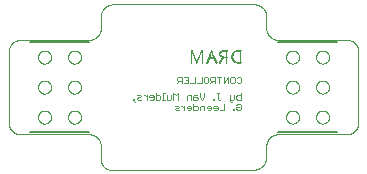
<source format=gbo>
G75*
%MOIN*%
%OFA0B0*%
%FSLAX25Y25*%
%IPPOS*%
%LPD*%
%AMOC8*
5,1,8,0,0,1.08239X$1,22.5*
%
%ADD10C,0.00000*%
%ADD11C,0.00200*%
%ADD12R,0.00300X0.00050*%
%ADD13R,0.00200X0.00050*%
%ADD14R,0.00250X0.00050*%
%ADD15R,0.00350X0.00050*%
%ADD16R,0.01400X0.00050*%
%ADD17R,0.01700X0.00050*%
%ADD18R,0.01900X0.00050*%
%ADD19R,0.02050X0.00050*%
%ADD20R,0.02150X0.00050*%
%ADD21R,0.00400X0.00050*%
%ADD22R,0.00900X0.00050*%
%ADD23R,0.00450X0.00050*%
%ADD24R,0.00700X0.00050*%
%ADD25R,0.00500X0.00050*%
%ADD26R,0.00600X0.00050*%
%ADD27R,0.00550X0.00050*%
%ADD28R,0.02350X0.00050*%
%ADD29R,0.02300X0.00050*%
%ADD30R,0.02250X0.00050*%
%ADD31R,0.02200X0.00050*%
%ADD32R,0.01650X0.00050*%
%ADD33R,0.01800X0.00050*%
%ADD34R,0.00750X0.00050*%
%ADD35R,0.00650X0.00050*%
%ADD36R,0.00850X0.00050*%
%ADD37R,0.02000X0.00050*%
%ADD38R,0.01750X0.00050*%
%ADD39R,0.01500X0.00050*%
%ADD40R,0.00150X0.00050*%
%ADD41C,0.00500*%
D10*
X0045791Y0032012D02*
X0045915Y0032010D01*
X0046038Y0032004D01*
X0046162Y0031995D01*
X0046284Y0031981D01*
X0046407Y0031964D01*
X0046529Y0031942D01*
X0046650Y0031917D01*
X0046770Y0031888D01*
X0046889Y0031856D01*
X0047008Y0031819D01*
X0047125Y0031779D01*
X0047240Y0031736D01*
X0047355Y0031688D01*
X0047467Y0031637D01*
X0047578Y0031583D01*
X0047688Y0031525D01*
X0047795Y0031464D01*
X0047901Y0031399D01*
X0048004Y0031331D01*
X0048105Y0031260D01*
X0048204Y0031186D01*
X0048301Y0031109D01*
X0048395Y0031028D01*
X0048486Y0030945D01*
X0048575Y0030859D01*
X0048661Y0030770D01*
X0048744Y0030679D01*
X0048825Y0030585D01*
X0048902Y0030488D01*
X0048976Y0030389D01*
X0049047Y0030288D01*
X0049115Y0030185D01*
X0049180Y0030079D01*
X0049241Y0029972D01*
X0049299Y0029862D01*
X0049353Y0029751D01*
X0049404Y0029639D01*
X0049452Y0029524D01*
X0049495Y0029409D01*
X0049535Y0029292D01*
X0049572Y0029173D01*
X0049604Y0029054D01*
X0049633Y0028934D01*
X0049658Y0028813D01*
X0049680Y0028691D01*
X0049697Y0028568D01*
X0049711Y0028446D01*
X0049720Y0028322D01*
X0049726Y0028199D01*
X0049728Y0028075D01*
X0049728Y0024138D01*
X0049713Y0024023D01*
X0049703Y0023907D01*
X0049696Y0023791D01*
X0049693Y0023675D01*
X0049694Y0023558D01*
X0049699Y0023442D01*
X0049708Y0023326D01*
X0049720Y0023211D01*
X0049737Y0023095D01*
X0049757Y0022981D01*
X0049781Y0022867D01*
X0049809Y0022754D01*
X0049841Y0022642D01*
X0049876Y0022532D01*
X0049915Y0022422D01*
X0049958Y0022314D01*
X0050004Y0022207D01*
X0050054Y0022102D01*
X0050108Y0021999D01*
X0050164Y0021897D01*
X0050224Y0021798D01*
X0050288Y0021700D01*
X0050354Y0021605D01*
X0050424Y0021512D01*
X0050497Y0021421D01*
X0050573Y0021333D01*
X0050652Y0021247D01*
X0050733Y0021164D01*
X0050818Y0021084D01*
X0050904Y0021007D01*
X0050994Y0020933D01*
X0051086Y0020861D01*
X0051180Y0020793D01*
X0051276Y0020728D01*
X0051375Y0020666D01*
X0051476Y0020608D01*
X0051578Y0020553D01*
X0051682Y0020501D01*
X0051788Y0020453D01*
X0051896Y0020409D01*
X0052005Y0020368D01*
X0052115Y0020331D01*
X0052226Y0020297D01*
X0052338Y0020268D01*
X0052452Y0020242D01*
X0052566Y0020219D01*
X0052681Y0020201D01*
X0099925Y0020201D01*
X0100056Y0020189D01*
X0100188Y0020180D01*
X0100320Y0020175D01*
X0100452Y0020174D01*
X0100584Y0020177D01*
X0100716Y0020184D01*
X0100848Y0020195D01*
X0100979Y0020210D01*
X0101110Y0020228D01*
X0101240Y0020251D01*
X0101369Y0020277D01*
X0101498Y0020307D01*
X0101625Y0020341D01*
X0101752Y0020379D01*
X0101877Y0020420D01*
X0102002Y0020465D01*
X0102124Y0020514D01*
X0102245Y0020566D01*
X0102365Y0020622D01*
X0102483Y0020682D01*
X0102599Y0020745D01*
X0102713Y0020811D01*
X0102825Y0020881D01*
X0102935Y0020954D01*
X0103043Y0021030D01*
X0103149Y0021110D01*
X0103252Y0021192D01*
X0103353Y0021278D01*
X0103451Y0021366D01*
X0103546Y0021457D01*
X0103639Y0021552D01*
X0103728Y0021648D01*
X0103815Y0021748D01*
X0103899Y0021850D01*
X0103980Y0021954D01*
X0104058Y0022061D01*
X0104132Y0022170D01*
X0104204Y0022281D01*
X0104272Y0022394D01*
X0104336Y0022510D01*
X0104397Y0022627D01*
X0104455Y0022745D01*
X0104509Y0022866D01*
X0104559Y0022988D01*
X0104606Y0023111D01*
X0104649Y0023236D01*
X0104689Y0023362D01*
X0104725Y0023489D01*
X0104756Y0023618D01*
X0104785Y0023747D01*
X0104809Y0023876D01*
X0104829Y0024007D01*
X0104846Y0024138D01*
X0104846Y0028075D01*
X0104848Y0028199D01*
X0104854Y0028322D01*
X0104863Y0028446D01*
X0104877Y0028568D01*
X0104894Y0028691D01*
X0104916Y0028813D01*
X0104941Y0028934D01*
X0104970Y0029054D01*
X0105002Y0029173D01*
X0105039Y0029292D01*
X0105079Y0029409D01*
X0105122Y0029524D01*
X0105170Y0029639D01*
X0105221Y0029751D01*
X0105275Y0029862D01*
X0105333Y0029972D01*
X0105394Y0030079D01*
X0105459Y0030185D01*
X0105527Y0030288D01*
X0105598Y0030389D01*
X0105672Y0030488D01*
X0105749Y0030585D01*
X0105830Y0030679D01*
X0105913Y0030770D01*
X0105999Y0030859D01*
X0106088Y0030945D01*
X0106179Y0031028D01*
X0106273Y0031109D01*
X0106370Y0031186D01*
X0106469Y0031260D01*
X0106570Y0031331D01*
X0106673Y0031399D01*
X0106779Y0031464D01*
X0106886Y0031525D01*
X0106996Y0031583D01*
X0107107Y0031637D01*
X0107219Y0031688D01*
X0107334Y0031736D01*
X0107449Y0031779D01*
X0107566Y0031819D01*
X0107685Y0031856D01*
X0107804Y0031888D01*
X0107924Y0031917D01*
X0108045Y0031942D01*
X0108167Y0031964D01*
X0108290Y0031981D01*
X0108412Y0031995D01*
X0108536Y0032004D01*
X0108659Y0032010D01*
X0108783Y0032012D01*
X0131618Y0032012D01*
X0131742Y0032014D01*
X0131865Y0032020D01*
X0131989Y0032029D01*
X0132111Y0032043D01*
X0132234Y0032060D01*
X0132356Y0032082D01*
X0132477Y0032107D01*
X0132597Y0032136D01*
X0132716Y0032168D01*
X0132835Y0032205D01*
X0132952Y0032245D01*
X0133067Y0032288D01*
X0133182Y0032336D01*
X0133294Y0032387D01*
X0133405Y0032441D01*
X0133515Y0032499D01*
X0133622Y0032560D01*
X0133728Y0032625D01*
X0133831Y0032693D01*
X0133932Y0032764D01*
X0134031Y0032838D01*
X0134128Y0032915D01*
X0134222Y0032996D01*
X0134313Y0033079D01*
X0134402Y0033165D01*
X0134488Y0033254D01*
X0134571Y0033345D01*
X0134652Y0033439D01*
X0134729Y0033536D01*
X0134803Y0033635D01*
X0134874Y0033736D01*
X0134942Y0033839D01*
X0135007Y0033945D01*
X0135068Y0034052D01*
X0135126Y0034162D01*
X0135180Y0034273D01*
X0135231Y0034385D01*
X0135279Y0034500D01*
X0135322Y0034615D01*
X0135362Y0034732D01*
X0135399Y0034851D01*
X0135431Y0034970D01*
X0135460Y0035090D01*
X0135485Y0035211D01*
X0135507Y0035333D01*
X0135524Y0035456D01*
X0135538Y0035578D01*
X0135547Y0035702D01*
X0135553Y0035825D01*
X0135555Y0035949D01*
X0135555Y0059571D01*
X0135553Y0059695D01*
X0135547Y0059818D01*
X0135538Y0059942D01*
X0135524Y0060064D01*
X0135507Y0060187D01*
X0135485Y0060309D01*
X0135460Y0060430D01*
X0135431Y0060550D01*
X0135399Y0060669D01*
X0135362Y0060788D01*
X0135322Y0060905D01*
X0135279Y0061020D01*
X0135231Y0061135D01*
X0135180Y0061247D01*
X0135126Y0061358D01*
X0135068Y0061468D01*
X0135007Y0061575D01*
X0134942Y0061681D01*
X0134874Y0061784D01*
X0134803Y0061885D01*
X0134729Y0061984D01*
X0134652Y0062081D01*
X0134571Y0062175D01*
X0134488Y0062266D01*
X0134402Y0062355D01*
X0134313Y0062441D01*
X0134222Y0062524D01*
X0134128Y0062605D01*
X0134031Y0062682D01*
X0133932Y0062756D01*
X0133831Y0062827D01*
X0133728Y0062895D01*
X0133622Y0062960D01*
X0133515Y0063021D01*
X0133405Y0063079D01*
X0133294Y0063133D01*
X0133182Y0063184D01*
X0133067Y0063232D01*
X0132952Y0063275D01*
X0132835Y0063315D01*
X0132716Y0063352D01*
X0132597Y0063384D01*
X0132477Y0063413D01*
X0132356Y0063438D01*
X0132234Y0063460D01*
X0132111Y0063477D01*
X0131989Y0063491D01*
X0131865Y0063500D01*
X0131742Y0063506D01*
X0131618Y0063508D01*
X0108783Y0063508D01*
X0108659Y0063510D01*
X0108536Y0063516D01*
X0108412Y0063525D01*
X0108290Y0063539D01*
X0108167Y0063556D01*
X0108045Y0063578D01*
X0107924Y0063603D01*
X0107804Y0063632D01*
X0107685Y0063664D01*
X0107566Y0063701D01*
X0107449Y0063741D01*
X0107334Y0063784D01*
X0107219Y0063832D01*
X0107107Y0063883D01*
X0106996Y0063937D01*
X0106886Y0063995D01*
X0106779Y0064056D01*
X0106673Y0064121D01*
X0106570Y0064189D01*
X0106469Y0064260D01*
X0106370Y0064334D01*
X0106273Y0064411D01*
X0106179Y0064492D01*
X0106088Y0064575D01*
X0105999Y0064661D01*
X0105913Y0064750D01*
X0105830Y0064841D01*
X0105749Y0064935D01*
X0105672Y0065032D01*
X0105598Y0065131D01*
X0105527Y0065232D01*
X0105459Y0065335D01*
X0105394Y0065441D01*
X0105333Y0065548D01*
X0105275Y0065658D01*
X0105221Y0065769D01*
X0105170Y0065881D01*
X0105122Y0065996D01*
X0105079Y0066111D01*
X0105039Y0066228D01*
X0105002Y0066347D01*
X0104970Y0066466D01*
X0104941Y0066586D01*
X0104916Y0066707D01*
X0104894Y0066829D01*
X0104877Y0066952D01*
X0104863Y0067074D01*
X0104854Y0067198D01*
X0104848Y0067321D01*
X0104846Y0067445D01*
X0104846Y0071382D01*
X0104844Y0071506D01*
X0104838Y0071629D01*
X0104829Y0071753D01*
X0104815Y0071875D01*
X0104798Y0071998D01*
X0104776Y0072120D01*
X0104751Y0072241D01*
X0104722Y0072361D01*
X0104690Y0072480D01*
X0104653Y0072599D01*
X0104613Y0072716D01*
X0104570Y0072831D01*
X0104522Y0072946D01*
X0104471Y0073058D01*
X0104417Y0073169D01*
X0104359Y0073279D01*
X0104298Y0073386D01*
X0104233Y0073492D01*
X0104165Y0073595D01*
X0104094Y0073696D01*
X0104020Y0073795D01*
X0103943Y0073892D01*
X0103862Y0073986D01*
X0103779Y0074077D01*
X0103693Y0074166D01*
X0103604Y0074252D01*
X0103513Y0074335D01*
X0103419Y0074416D01*
X0103322Y0074493D01*
X0103223Y0074567D01*
X0103122Y0074638D01*
X0103019Y0074706D01*
X0102913Y0074771D01*
X0102806Y0074832D01*
X0102696Y0074890D01*
X0102585Y0074944D01*
X0102473Y0074995D01*
X0102358Y0075043D01*
X0102243Y0075086D01*
X0102126Y0075126D01*
X0102007Y0075163D01*
X0101888Y0075195D01*
X0101768Y0075224D01*
X0101647Y0075249D01*
X0101525Y0075271D01*
X0101402Y0075288D01*
X0101280Y0075302D01*
X0101156Y0075311D01*
X0101033Y0075317D01*
X0100909Y0075319D01*
X0053665Y0075319D01*
X0053541Y0075317D01*
X0053418Y0075311D01*
X0053294Y0075302D01*
X0053172Y0075288D01*
X0053049Y0075271D01*
X0052927Y0075249D01*
X0052806Y0075224D01*
X0052686Y0075195D01*
X0052567Y0075163D01*
X0052448Y0075126D01*
X0052331Y0075086D01*
X0052216Y0075043D01*
X0052101Y0074995D01*
X0051989Y0074944D01*
X0051878Y0074890D01*
X0051768Y0074832D01*
X0051661Y0074771D01*
X0051555Y0074706D01*
X0051452Y0074638D01*
X0051351Y0074567D01*
X0051252Y0074493D01*
X0051155Y0074416D01*
X0051061Y0074335D01*
X0050970Y0074252D01*
X0050881Y0074166D01*
X0050795Y0074077D01*
X0050712Y0073986D01*
X0050631Y0073892D01*
X0050554Y0073795D01*
X0050480Y0073696D01*
X0050409Y0073595D01*
X0050341Y0073492D01*
X0050276Y0073386D01*
X0050215Y0073279D01*
X0050157Y0073169D01*
X0050103Y0073058D01*
X0050052Y0072946D01*
X0050004Y0072831D01*
X0049961Y0072716D01*
X0049921Y0072599D01*
X0049884Y0072480D01*
X0049852Y0072361D01*
X0049823Y0072241D01*
X0049798Y0072120D01*
X0049776Y0071998D01*
X0049759Y0071875D01*
X0049745Y0071753D01*
X0049736Y0071629D01*
X0049730Y0071506D01*
X0049728Y0071382D01*
X0049728Y0067445D01*
X0049726Y0067321D01*
X0049720Y0067198D01*
X0049711Y0067074D01*
X0049697Y0066952D01*
X0049680Y0066829D01*
X0049658Y0066707D01*
X0049633Y0066586D01*
X0049604Y0066466D01*
X0049572Y0066347D01*
X0049535Y0066228D01*
X0049495Y0066111D01*
X0049452Y0065996D01*
X0049404Y0065881D01*
X0049353Y0065769D01*
X0049299Y0065658D01*
X0049241Y0065548D01*
X0049180Y0065441D01*
X0049115Y0065335D01*
X0049047Y0065232D01*
X0048976Y0065131D01*
X0048902Y0065032D01*
X0048825Y0064935D01*
X0048744Y0064841D01*
X0048661Y0064750D01*
X0048575Y0064661D01*
X0048486Y0064575D01*
X0048395Y0064492D01*
X0048301Y0064411D01*
X0048204Y0064334D01*
X0048105Y0064260D01*
X0048004Y0064189D01*
X0047901Y0064121D01*
X0047795Y0064056D01*
X0047688Y0063995D01*
X0047578Y0063937D01*
X0047467Y0063883D01*
X0047355Y0063832D01*
X0047240Y0063784D01*
X0047125Y0063741D01*
X0047008Y0063701D01*
X0046889Y0063664D01*
X0046770Y0063632D01*
X0046650Y0063603D01*
X0046529Y0063578D01*
X0046407Y0063556D01*
X0046284Y0063539D01*
X0046162Y0063525D01*
X0046038Y0063516D01*
X0045915Y0063510D01*
X0045791Y0063508D01*
X0022957Y0063508D01*
X0022833Y0063506D01*
X0022710Y0063500D01*
X0022586Y0063491D01*
X0022464Y0063477D01*
X0022341Y0063460D01*
X0022219Y0063438D01*
X0022098Y0063413D01*
X0021978Y0063384D01*
X0021859Y0063352D01*
X0021740Y0063315D01*
X0021623Y0063275D01*
X0021508Y0063232D01*
X0021393Y0063184D01*
X0021281Y0063133D01*
X0021170Y0063079D01*
X0021060Y0063021D01*
X0020953Y0062960D01*
X0020847Y0062895D01*
X0020744Y0062827D01*
X0020643Y0062756D01*
X0020544Y0062682D01*
X0020447Y0062605D01*
X0020353Y0062524D01*
X0020262Y0062441D01*
X0020173Y0062355D01*
X0020087Y0062266D01*
X0020004Y0062175D01*
X0019923Y0062081D01*
X0019846Y0061984D01*
X0019772Y0061885D01*
X0019701Y0061784D01*
X0019633Y0061681D01*
X0019568Y0061575D01*
X0019507Y0061468D01*
X0019449Y0061358D01*
X0019395Y0061247D01*
X0019344Y0061135D01*
X0019296Y0061020D01*
X0019253Y0060905D01*
X0019213Y0060788D01*
X0019176Y0060669D01*
X0019144Y0060550D01*
X0019115Y0060430D01*
X0019090Y0060309D01*
X0019068Y0060187D01*
X0019051Y0060064D01*
X0019037Y0059942D01*
X0019028Y0059818D01*
X0019022Y0059695D01*
X0019020Y0059571D01*
X0019020Y0035949D01*
X0019022Y0035825D01*
X0019028Y0035702D01*
X0019037Y0035578D01*
X0019051Y0035456D01*
X0019068Y0035333D01*
X0019090Y0035211D01*
X0019115Y0035090D01*
X0019144Y0034970D01*
X0019176Y0034851D01*
X0019213Y0034732D01*
X0019253Y0034615D01*
X0019296Y0034500D01*
X0019344Y0034385D01*
X0019395Y0034273D01*
X0019449Y0034162D01*
X0019507Y0034052D01*
X0019568Y0033945D01*
X0019633Y0033839D01*
X0019701Y0033736D01*
X0019772Y0033635D01*
X0019846Y0033536D01*
X0019923Y0033439D01*
X0020004Y0033345D01*
X0020087Y0033254D01*
X0020173Y0033165D01*
X0020262Y0033079D01*
X0020353Y0032996D01*
X0020447Y0032915D01*
X0020544Y0032838D01*
X0020643Y0032764D01*
X0020744Y0032693D01*
X0020847Y0032625D01*
X0020953Y0032560D01*
X0021060Y0032499D01*
X0021170Y0032441D01*
X0021281Y0032387D01*
X0021393Y0032336D01*
X0021508Y0032288D01*
X0021623Y0032245D01*
X0021740Y0032205D01*
X0021859Y0032168D01*
X0021978Y0032136D01*
X0022098Y0032107D01*
X0022219Y0032082D01*
X0022341Y0032060D01*
X0022464Y0032043D01*
X0022586Y0032029D01*
X0022710Y0032020D01*
X0022833Y0032014D01*
X0022957Y0032012D01*
X0045791Y0032012D01*
X0038784Y0037760D02*
X0038786Y0037853D01*
X0038792Y0037945D01*
X0038802Y0038037D01*
X0038816Y0038128D01*
X0038833Y0038219D01*
X0038855Y0038309D01*
X0038880Y0038398D01*
X0038909Y0038486D01*
X0038942Y0038572D01*
X0038979Y0038657D01*
X0039019Y0038741D01*
X0039063Y0038822D01*
X0039110Y0038902D01*
X0039160Y0038980D01*
X0039214Y0039055D01*
X0039271Y0039128D01*
X0039331Y0039198D01*
X0039394Y0039266D01*
X0039460Y0039331D01*
X0039528Y0039393D01*
X0039599Y0039453D01*
X0039673Y0039509D01*
X0039749Y0039562D01*
X0039827Y0039611D01*
X0039907Y0039658D01*
X0039989Y0039700D01*
X0040073Y0039740D01*
X0040158Y0039775D01*
X0040245Y0039807D01*
X0040333Y0039836D01*
X0040422Y0039860D01*
X0040512Y0039881D01*
X0040603Y0039897D01*
X0040695Y0039910D01*
X0040787Y0039919D01*
X0040880Y0039924D01*
X0040972Y0039925D01*
X0041065Y0039922D01*
X0041157Y0039915D01*
X0041249Y0039904D01*
X0041340Y0039889D01*
X0041431Y0039871D01*
X0041521Y0039848D01*
X0041609Y0039822D01*
X0041697Y0039792D01*
X0041783Y0039758D01*
X0041867Y0039721D01*
X0041950Y0039679D01*
X0042031Y0039635D01*
X0042111Y0039587D01*
X0042188Y0039536D01*
X0042262Y0039481D01*
X0042335Y0039423D01*
X0042405Y0039363D01*
X0042472Y0039299D01*
X0042536Y0039233D01*
X0042598Y0039163D01*
X0042656Y0039092D01*
X0042711Y0039018D01*
X0042763Y0038941D01*
X0042812Y0038862D01*
X0042858Y0038782D01*
X0042900Y0038699D01*
X0042938Y0038615D01*
X0042973Y0038529D01*
X0043004Y0038442D01*
X0043031Y0038354D01*
X0043054Y0038264D01*
X0043074Y0038174D01*
X0043090Y0038083D01*
X0043102Y0037991D01*
X0043110Y0037899D01*
X0043114Y0037806D01*
X0043114Y0037714D01*
X0043110Y0037621D01*
X0043102Y0037529D01*
X0043090Y0037437D01*
X0043074Y0037346D01*
X0043054Y0037256D01*
X0043031Y0037166D01*
X0043004Y0037078D01*
X0042973Y0036991D01*
X0042938Y0036905D01*
X0042900Y0036821D01*
X0042858Y0036738D01*
X0042812Y0036658D01*
X0042763Y0036579D01*
X0042711Y0036502D01*
X0042656Y0036428D01*
X0042598Y0036357D01*
X0042536Y0036287D01*
X0042472Y0036221D01*
X0042405Y0036157D01*
X0042335Y0036097D01*
X0042262Y0036039D01*
X0042188Y0035984D01*
X0042111Y0035933D01*
X0042032Y0035885D01*
X0041950Y0035841D01*
X0041867Y0035799D01*
X0041783Y0035762D01*
X0041697Y0035728D01*
X0041609Y0035698D01*
X0041521Y0035672D01*
X0041431Y0035649D01*
X0041340Y0035631D01*
X0041249Y0035616D01*
X0041157Y0035605D01*
X0041065Y0035598D01*
X0040972Y0035595D01*
X0040880Y0035596D01*
X0040787Y0035601D01*
X0040695Y0035610D01*
X0040603Y0035623D01*
X0040512Y0035639D01*
X0040422Y0035660D01*
X0040333Y0035684D01*
X0040245Y0035713D01*
X0040158Y0035745D01*
X0040073Y0035780D01*
X0039989Y0035820D01*
X0039907Y0035862D01*
X0039827Y0035909D01*
X0039749Y0035958D01*
X0039673Y0036011D01*
X0039599Y0036067D01*
X0039528Y0036127D01*
X0039460Y0036189D01*
X0039394Y0036254D01*
X0039331Y0036322D01*
X0039271Y0036392D01*
X0039214Y0036465D01*
X0039160Y0036540D01*
X0039110Y0036618D01*
X0039063Y0036698D01*
X0039019Y0036779D01*
X0038979Y0036863D01*
X0038942Y0036948D01*
X0038909Y0037034D01*
X0038880Y0037122D01*
X0038855Y0037211D01*
X0038833Y0037301D01*
X0038816Y0037392D01*
X0038802Y0037483D01*
X0038792Y0037575D01*
X0038786Y0037667D01*
X0038784Y0037760D01*
X0028784Y0037760D02*
X0028786Y0037853D01*
X0028792Y0037945D01*
X0028802Y0038037D01*
X0028816Y0038128D01*
X0028833Y0038219D01*
X0028855Y0038309D01*
X0028880Y0038398D01*
X0028909Y0038486D01*
X0028942Y0038572D01*
X0028979Y0038657D01*
X0029019Y0038741D01*
X0029063Y0038822D01*
X0029110Y0038902D01*
X0029160Y0038980D01*
X0029214Y0039055D01*
X0029271Y0039128D01*
X0029331Y0039198D01*
X0029394Y0039266D01*
X0029460Y0039331D01*
X0029528Y0039393D01*
X0029599Y0039453D01*
X0029673Y0039509D01*
X0029749Y0039562D01*
X0029827Y0039611D01*
X0029907Y0039658D01*
X0029989Y0039700D01*
X0030073Y0039740D01*
X0030158Y0039775D01*
X0030245Y0039807D01*
X0030333Y0039836D01*
X0030422Y0039860D01*
X0030512Y0039881D01*
X0030603Y0039897D01*
X0030695Y0039910D01*
X0030787Y0039919D01*
X0030880Y0039924D01*
X0030972Y0039925D01*
X0031065Y0039922D01*
X0031157Y0039915D01*
X0031249Y0039904D01*
X0031340Y0039889D01*
X0031431Y0039871D01*
X0031521Y0039848D01*
X0031609Y0039822D01*
X0031697Y0039792D01*
X0031783Y0039758D01*
X0031867Y0039721D01*
X0031950Y0039679D01*
X0032031Y0039635D01*
X0032111Y0039587D01*
X0032188Y0039536D01*
X0032262Y0039481D01*
X0032335Y0039423D01*
X0032405Y0039363D01*
X0032472Y0039299D01*
X0032536Y0039233D01*
X0032598Y0039163D01*
X0032656Y0039092D01*
X0032711Y0039018D01*
X0032763Y0038941D01*
X0032812Y0038862D01*
X0032858Y0038782D01*
X0032900Y0038699D01*
X0032938Y0038615D01*
X0032973Y0038529D01*
X0033004Y0038442D01*
X0033031Y0038354D01*
X0033054Y0038264D01*
X0033074Y0038174D01*
X0033090Y0038083D01*
X0033102Y0037991D01*
X0033110Y0037899D01*
X0033114Y0037806D01*
X0033114Y0037714D01*
X0033110Y0037621D01*
X0033102Y0037529D01*
X0033090Y0037437D01*
X0033074Y0037346D01*
X0033054Y0037256D01*
X0033031Y0037166D01*
X0033004Y0037078D01*
X0032973Y0036991D01*
X0032938Y0036905D01*
X0032900Y0036821D01*
X0032858Y0036738D01*
X0032812Y0036658D01*
X0032763Y0036579D01*
X0032711Y0036502D01*
X0032656Y0036428D01*
X0032598Y0036357D01*
X0032536Y0036287D01*
X0032472Y0036221D01*
X0032405Y0036157D01*
X0032335Y0036097D01*
X0032262Y0036039D01*
X0032188Y0035984D01*
X0032111Y0035933D01*
X0032032Y0035885D01*
X0031950Y0035841D01*
X0031867Y0035799D01*
X0031783Y0035762D01*
X0031697Y0035728D01*
X0031609Y0035698D01*
X0031521Y0035672D01*
X0031431Y0035649D01*
X0031340Y0035631D01*
X0031249Y0035616D01*
X0031157Y0035605D01*
X0031065Y0035598D01*
X0030972Y0035595D01*
X0030880Y0035596D01*
X0030787Y0035601D01*
X0030695Y0035610D01*
X0030603Y0035623D01*
X0030512Y0035639D01*
X0030422Y0035660D01*
X0030333Y0035684D01*
X0030245Y0035713D01*
X0030158Y0035745D01*
X0030073Y0035780D01*
X0029989Y0035820D01*
X0029907Y0035862D01*
X0029827Y0035909D01*
X0029749Y0035958D01*
X0029673Y0036011D01*
X0029599Y0036067D01*
X0029528Y0036127D01*
X0029460Y0036189D01*
X0029394Y0036254D01*
X0029331Y0036322D01*
X0029271Y0036392D01*
X0029214Y0036465D01*
X0029160Y0036540D01*
X0029110Y0036618D01*
X0029063Y0036698D01*
X0029019Y0036779D01*
X0028979Y0036863D01*
X0028942Y0036948D01*
X0028909Y0037034D01*
X0028880Y0037122D01*
X0028855Y0037211D01*
X0028833Y0037301D01*
X0028816Y0037392D01*
X0028802Y0037483D01*
X0028792Y0037575D01*
X0028786Y0037667D01*
X0028784Y0037760D01*
X0028784Y0047760D02*
X0028786Y0047853D01*
X0028792Y0047945D01*
X0028802Y0048037D01*
X0028816Y0048128D01*
X0028833Y0048219D01*
X0028855Y0048309D01*
X0028880Y0048398D01*
X0028909Y0048486D01*
X0028942Y0048572D01*
X0028979Y0048657D01*
X0029019Y0048741D01*
X0029063Y0048822D01*
X0029110Y0048902D01*
X0029160Y0048980D01*
X0029214Y0049055D01*
X0029271Y0049128D01*
X0029331Y0049198D01*
X0029394Y0049266D01*
X0029460Y0049331D01*
X0029528Y0049393D01*
X0029599Y0049453D01*
X0029673Y0049509D01*
X0029749Y0049562D01*
X0029827Y0049611D01*
X0029907Y0049658D01*
X0029989Y0049700D01*
X0030073Y0049740D01*
X0030158Y0049775D01*
X0030245Y0049807D01*
X0030333Y0049836D01*
X0030422Y0049860D01*
X0030512Y0049881D01*
X0030603Y0049897D01*
X0030695Y0049910D01*
X0030787Y0049919D01*
X0030880Y0049924D01*
X0030972Y0049925D01*
X0031065Y0049922D01*
X0031157Y0049915D01*
X0031249Y0049904D01*
X0031340Y0049889D01*
X0031431Y0049871D01*
X0031521Y0049848D01*
X0031609Y0049822D01*
X0031697Y0049792D01*
X0031783Y0049758D01*
X0031867Y0049721D01*
X0031950Y0049679D01*
X0032031Y0049635D01*
X0032111Y0049587D01*
X0032188Y0049536D01*
X0032262Y0049481D01*
X0032335Y0049423D01*
X0032405Y0049363D01*
X0032472Y0049299D01*
X0032536Y0049233D01*
X0032598Y0049163D01*
X0032656Y0049092D01*
X0032711Y0049018D01*
X0032763Y0048941D01*
X0032812Y0048862D01*
X0032858Y0048782D01*
X0032900Y0048699D01*
X0032938Y0048615D01*
X0032973Y0048529D01*
X0033004Y0048442D01*
X0033031Y0048354D01*
X0033054Y0048264D01*
X0033074Y0048174D01*
X0033090Y0048083D01*
X0033102Y0047991D01*
X0033110Y0047899D01*
X0033114Y0047806D01*
X0033114Y0047714D01*
X0033110Y0047621D01*
X0033102Y0047529D01*
X0033090Y0047437D01*
X0033074Y0047346D01*
X0033054Y0047256D01*
X0033031Y0047166D01*
X0033004Y0047078D01*
X0032973Y0046991D01*
X0032938Y0046905D01*
X0032900Y0046821D01*
X0032858Y0046738D01*
X0032812Y0046658D01*
X0032763Y0046579D01*
X0032711Y0046502D01*
X0032656Y0046428D01*
X0032598Y0046357D01*
X0032536Y0046287D01*
X0032472Y0046221D01*
X0032405Y0046157D01*
X0032335Y0046097D01*
X0032262Y0046039D01*
X0032188Y0045984D01*
X0032111Y0045933D01*
X0032032Y0045885D01*
X0031950Y0045841D01*
X0031867Y0045799D01*
X0031783Y0045762D01*
X0031697Y0045728D01*
X0031609Y0045698D01*
X0031521Y0045672D01*
X0031431Y0045649D01*
X0031340Y0045631D01*
X0031249Y0045616D01*
X0031157Y0045605D01*
X0031065Y0045598D01*
X0030972Y0045595D01*
X0030880Y0045596D01*
X0030787Y0045601D01*
X0030695Y0045610D01*
X0030603Y0045623D01*
X0030512Y0045639D01*
X0030422Y0045660D01*
X0030333Y0045684D01*
X0030245Y0045713D01*
X0030158Y0045745D01*
X0030073Y0045780D01*
X0029989Y0045820D01*
X0029907Y0045862D01*
X0029827Y0045909D01*
X0029749Y0045958D01*
X0029673Y0046011D01*
X0029599Y0046067D01*
X0029528Y0046127D01*
X0029460Y0046189D01*
X0029394Y0046254D01*
X0029331Y0046322D01*
X0029271Y0046392D01*
X0029214Y0046465D01*
X0029160Y0046540D01*
X0029110Y0046618D01*
X0029063Y0046698D01*
X0029019Y0046779D01*
X0028979Y0046863D01*
X0028942Y0046948D01*
X0028909Y0047034D01*
X0028880Y0047122D01*
X0028855Y0047211D01*
X0028833Y0047301D01*
X0028816Y0047392D01*
X0028802Y0047483D01*
X0028792Y0047575D01*
X0028786Y0047667D01*
X0028784Y0047760D01*
X0038784Y0047760D02*
X0038786Y0047853D01*
X0038792Y0047945D01*
X0038802Y0048037D01*
X0038816Y0048128D01*
X0038833Y0048219D01*
X0038855Y0048309D01*
X0038880Y0048398D01*
X0038909Y0048486D01*
X0038942Y0048572D01*
X0038979Y0048657D01*
X0039019Y0048741D01*
X0039063Y0048822D01*
X0039110Y0048902D01*
X0039160Y0048980D01*
X0039214Y0049055D01*
X0039271Y0049128D01*
X0039331Y0049198D01*
X0039394Y0049266D01*
X0039460Y0049331D01*
X0039528Y0049393D01*
X0039599Y0049453D01*
X0039673Y0049509D01*
X0039749Y0049562D01*
X0039827Y0049611D01*
X0039907Y0049658D01*
X0039989Y0049700D01*
X0040073Y0049740D01*
X0040158Y0049775D01*
X0040245Y0049807D01*
X0040333Y0049836D01*
X0040422Y0049860D01*
X0040512Y0049881D01*
X0040603Y0049897D01*
X0040695Y0049910D01*
X0040787Y0049919D01*
X0040880Y0049924D01*
X0040972Y0049925D01*
X0041065Y0049922D01*
X0041157Y0049915D01*
X0041249Y0049904D01*
X0041340Y0049889D01*
X0041431Y0049871D01*
X0041521Y0049848D01*
X0041609Y0049822D01*
X0041697Y0049792D01*
X0041783Y0049758D01*
X0041867Y0049721D01*
X0041950Y0049679D01*
X0042031Y0049635D01*
X0042111Y0049587D01*
X0042188Y0049536D01*
X0042262Y0049481D01*
X0042335Y0049423D01*
X0042405Y0049363D01*
X0042472Y0049299D01*
X0042536Y0049233D01*
X0042598Y0049163D01*
X0042656Y0049092D01*
X0042711Y0049018D01*
X0042763Y0048941D01*
X0042812Y0048862D01*
X0042858Y0048782D01*
X0042900Y0048699D01*
X0042938Y0048615D01*
X0042973Y0048529D01*
X0043004Y0048442D01*
X0043031Y0048354D01*
X0043054Y0048264D01*
X0043074Y0048174D01*
X0043090Y0048083D01*
X0043102Y0047991D01*
X0043110Y0047899D01*
X0043114Y0047806D01*
X0043114Y0047714D01*
X0043110Y0047621D01*
X0043102Y0047529D01*
X0043090Y0047437D01*
X0043074Y0047346D01*
X0043054Y0047256D01*
X0043031Y0047166D01*
X0043004Y0047078D01*
X0042973Y0046991D01*
X0042938Y0046905D01*
X0042900Y0046821D01*
X0042858Y0046738D01*
X0042812Y0046658D01*
X0042763Y0046579D01*
X0042711Y0046502D01*
X0042656Y0046428D01*
X0042598Y0046357D01*
X0042536Y0046287D01*
X0042472Y0046221D01*
X0042405Y0046157D01*
X0042335Y0046097D01*
X0042262Y0046039D01*
X0042188Y0045984D01*
X0042111Y0045933D01*
X0042032Y0045885D01*
X0041950Y0045841D01*
X0041867Y0045799D01*
X0041783Y0045762D01*
X0041697Y0045728D01*
X0041609Y0045698D01*
X0041521Y0045672D01*
X0041431Y0045649D01*
X0041340Y0045631D01*
X0041249Y0045616D01*
X0041157Y0045605D01*
X0041065Y0045598D01*
X0040972Y0045595D01*
X0040880Y0045596D01*
X0040787Y0045601D01*
X0040695Y0045610D01*
X0040603Y0045623D01*
X0040512Y0045639D01*
X0040422Y0045660D01*
X0040333Y0045684D01*
X0040245Y0045713D01*
X0040158Y0045745D01*
X0040073Y0045780D01*
X0039989Y0045820D01*
X0039907Y0045862D01*
X0039827Y0045909D01*
X0039749Y0045958D01*
X0039673Y0046011D01*
X0039599Y0046067D01*
X0039528Y0046127D01*
X0039460Y0046189D01*
X0039394Y0046254D01*
X0039331Y0046322D01*
X0039271Y0046392D01*
X0039214Y0046465D01*
X0039160Y0046540D01*
X0039110Y0046618D01*
X0039063Y0046698D01*
X0039019Y0046779D01*
X0038979Y0046863D01*
X0038942Y0046948D01*
X0038909Y0047034D01*
X0038880Y0047122D01*
X0038855Y0047211D01*
X0038833Y0047301D01*
X0038816Y0047392D01*
X0038802Y0047483D01*
X0038792Y0047575D01*
X0038786Y0047667D01*
X0038784Y0047760D01*
X0038784Y0057760D02*
X0038786Y0057853D01*
X0038792Y0057945D01*
X0038802Y0058037D01*
X0038816Y0058128D01*
X0038833Y0058219D01*
X0038855Y0058309D01*
X0038880Y0058398D01*
X0038909Y0058486D01*
X0038942Y0058572D01*
X0038979Y0058657D01*
X0039019Y0058741D01*
X0039063Y0058822D01*
X0039110Y0058902D01*
X0039160Y0058980D01*
X0039214Y0059055D01*
X0039271Y0059128D01*
X0039331Y0059198D01*
X0039394Y0059266D01*
X0039460Y0059331D01*
X0039528Y0059393D01*
X0039599Y0059453D01*
X0039673Y0059509D01*
X0039749Y0059562D01*
X0039827Y0059611D01*
X0039907Y0059658D01*
X0039989Y0059700D01*
X0040073Y0059740D01*
X0040158Y0059775D01*
X0040245Y0059807D01*
X0040333Y0059836D01*
X0040422Y0059860D01*
X0040512Y0059881D01*
X0040603Y0059897D01*
X0040695Y0059910D01*
X0040787Y0059919D01*
X0040880Y0059924D01*
X0040972Y0059925D01*
X0041065Y0059922D01*
X0041157Y0059915D01*
X0041249Y0059904D01*
X0041340Y0059889D01*
X0041431Y0059871D01*
X0041521Y0059848D01*
X0041609Y0059822D01*
X0041697Y0059792D01*
X0041783Y0059758D01*
X0041867Y0059721D01*
X0041950Y0059679D01*
X0042031Y0059635D01*
X0042111Y0059587D01*
X0042188Y0059536D01*
X0042262Y0059481D01*
X0042335Y0059423D01*
X0042405Y0059363D01*
X0042472Y0059299D01*
X0042536Y0059233D01*
X0042598Y0059163D01*
X0042656Y0059092D01*
X0042711Y0059018D01*
X0042763Y0058941D01*
X0042812Y0058862D01*
X0042858Y0058782D01*
X0042900Y0058699D01*
X0042938Y0058615D01*
X0042973Y0058529D01*
X0043004Y0058442D01*
X0043031Y0058354D01*
X0043054Y0058264D01*
X0043074Y0058174D01*
X0043090Y0058083D01*
X0043102Y0057991D01*
X0043110Y0057899D01*
X0043114Y0057806D01*
X0043114Y0057714D01*
X0043110Y0057621D01*
X0043102Y0057529D01*
X0043090Y0057437D01*
X0043074Y0057346D01*
X0043054Y0057256D01*
X0043031Y0057166D01*
X0043004Y0057078D01*
X0042973Y0056991D01*
X0042938Y0056905D01*
X0042900Y0056821D01*
X0042858Y0056738D01*
X0042812Y0056658D01*
X0042763Y0056579D01*
X0042711Y0056502D01*
X0042656Y0056428D01*
X0042598Y0056357D01*
X0042536Y0056287D01*
X0042472Y0056221D01*
X0042405Y0056157D01*
X0042335Y0056097D01*
X0042262Y0056039D01*
X0042188Y0055984D01*
X0042111Y0055933D01*
X0042032Y0055885D01*
X0041950Y0055841D01*
X0041867Y0055799D01*
X0041783Y0055762D01*
X0041697Y0055728D01*
X0041609Y0055698D01*
X0041521Y0055672D01*
X0041431Y0055649D01*
X0041340Y0055631D01*
X0041249Y0055616D01*
X0041157Y0055605D01*
X0041065Y0055598D01*
X0040972Y0055595D01*
X0040880Y0055596D01*
X0040787Y0055601D01*
X0040695Y0055610D01*
X0040603Y0055623D01*
X0040512Y0055639D01*
X0040422Y0055660D01*
X0040333Y0055684D01*
X0040245Y0055713D01*
X0040158Y0055745D01*
X0040073Y0055780D01*
X0039989Y0055820D01*
X0039907Y0055862D01*
X0039827Y0055909D01*
X0039749Y0055958D01*
X0039673Y0056011D01*
X0039599Y0056067D01*
X0039528Y0056127D01*
X0039460Y0056189D01*
X0039394Y0056254D01*
X0039331Y0056322D01*
X0039271Y0056392D01*
X0039214Y0056465D01*
X0039160Y0056540D01*
X0039110Y0056618D01*
X0039063Y0056698D01*
X0039019Y0056779D01*
X0038979Y0056863D01*
X0038942Y0056948D01*
X0038909Y0057034D01*
X0038880Y0057122D01*
X0038855Y0057211D01*
X0038833Y0057301D01*
X0038816Y0057392D01*
X0038802Y0057483D01*
X0038792Y0057575D01*
X0038786Y0057667D01*
X0038784Y0057760D01*
X0028784Y0057760D02*
X0028786Y0057853D01*
X0028792Y0057945D01*
X0028802Y0058037D01*
X0028816Y0058128D01*
X0028833Y0058219D01*
X0028855Y0058309D01*
X0028880Y0058398D01*
X0028909Y0058486D01*
X0028942Y0058572D01*
X0028979Y0058657D01*
X0029019Y0058741D01*
X0029063Y0058822D01*
X0029110Y0058902D01*
X0029160Y0058980D01*
X0029214Y0059055D01*
X0029271Y0059128D01*
X0029331Y0059198D01*
X0029394Y0059266D01*
X0029460Y0059331D01*
X0029528Y0059393D01*
X0029599Y0059453D01*
X0029673Y0059509D01*
X0029749Y0059562D01*
X0029827Y0059611D01*
X0029907Y0059658D01*
X0029989Y0059700D01*
X0030073Y0059740D01*
X0030158Y0059775D01*
X0030245Y0059807D01*
X0030333Y0059836D01*
X0030422Y0059860D01*
X0030512Y0059881D01*
X0030603Y0059897D01*
X0030695Y0059910D01*
X0030787Y0059919D01*
X0030880Y0059924D01*
X0030972Y0059925D01*
X0031065Y0059922D01*
X0031157Y0059915D01*
X0031249Y0059904D01*
X0031340Y0059889D01*
X0031431Y0059871D01*
X0031521Y0059848D01*
X0031609Y0059822D01*
X0031697Y0059792D01*
X0031783Y0059758D01*
X0031867Y0059721D01*
X0031950Y0059679D01*
X0032031Y0059635D01*
X0032111Y0059587D01*
X0032188Y0059536D01*
X0032262Y0059481D01*
X0032335Y0059423D01*
X0032405Y0059363D01*
X0032472Y0059299D01*
X0032536Y0059233D01*
X0032598Y0059163D01*
X0032656Y0059092D01*
X0032711Y0059018D01*
X0032763Y0058941D01*
X0032812Y0058862D01*
X0032858Y0058782D01*
X0032900Y0058699D01*
X0032938Y0058615D01*
X0032973Y0058529D01*
X0033004Y0058442D01*
X0033031Y0058354D01*
X0033054Y0058264D01*
X0033074Y0058174D01*
X0033090Y0058083D01*
X0033102Y0057991D01*
X0033110Y0057899D01*
X0033114Y0057806D01*
X0033114Y0057714D01*
X0033110Y0057621D01*
X0033102Y0057529D01*
X0033090Y0057437D01*
X0033074Y0057346D01*
X0033054Y0057256D01*
X0033031Y0057166D01*
X0033004Y0057078D01*
X0032973Y0056991D01*
X0032938Y0056905D01*
X0032900Y0056821D01*
X0032858Y0056738D01*
X0032812Y0056658D01*
X0032763Y0056579D01*
X0032711Y0056502D01*
X0032656Y0056428D01*
X0032598Y0056357D01*
X0032536Y0056287D01*
X0032472Y0056221D01*
X0032405Y0056157D01*
X0032335Y0056097D01*
X0032262Y0056039D01*
X0032188Y0055984D01*
X0032111Y0055933D01*
X0032032Y0055885D01*
X0031950Y0055841D01*
X0031867Y0055799D01*
X0031783Y0055762D01*
X0031697Y0055728D01*
X0031609Y0055698D01*
X0031521Y0055672D01*
X0031431Y0055649D01*
X0031340Y0055631D01*
X0031249Y0055616D01*
X0031157Y0055605D01*
X0031065Y0055598D01*
X0030972Y0055595D01*
X0030880Y0055596D01*
X0030787Y0055601D01*
X0030695Y0055610D01*
X0030603Y0055623D01*
X0030512Y0055639D01*
X0030422Y0055660D01*
X0030333Y0055684D01*
X0030245Y0055713D01*
X0030158Y0055745D01*
X0030073Y0055780D01*
X0029989Y0055820D01*
X0029907Y0055862D01*
X0029827Y0055909D01*
X0029749Y0055958D01*
X0029673Y0056011D01*
X0029599Y0056067D01*
X0029528Y0056127D01*
X0029460Y0056189D01*
X0029394Y0056254D01*
X0029331Y0056322D01*
X0029271Y0056392D01*
X0029214Y0056465D01*
X0029160Y0056540D01*
X0029110Y0056618D01*
X0029063Y0056698D01*
X0029019Y0056779D01*
X0028979Y0056863D01*
X0028942Y0056948D01*
X0028909Y0057034D01*
X0028880Y0057122D01*
X0028855Y0057211D01*
X0028833Y0057301D01*
X0028816Y0057392D01*
X0028802Y0057483D01*
X0028792Y0057575D01*
X0028786Y0057667D01*
X0028784Y0057760D01*
X0111461Y0057760D02*
X0111463Y0057853D01*
X0111469Y0057945D01*
X0111479Y0058037D01*
X0111493Y0058128D01*
X0111510Y0058219D01*
X0111532Y0058309D01*
X0111557Y0058398D01*
X0111586Y0058486D01*
X0111619Y0058572D01*
X0111656Y0058657D01*
X0111696Y0058741D01*
X0111740Y0058822D01*
X0111787Y0058902D01*
X0111837Y0058980D01*
X0111891Y0059055D01*
X0111948Y0059128D01*
X0112008Y0059198D01*
X0112071Y0059266D01*
X0112137Y0059331D01*
X0112205Y0059393D01*
X0112276Y0059453D01*
X0112350Y0059509D01*
X0112426Y0059562D01*
X0112504Y0059611D01*
X0112584Y0059658D01*
X0112666Y0059700D01*
X0112750Y0059740D01*
X0112835Y0059775D01*
X0112922Y0059807D01*
X0113010Y0059836D01*
X0113099Y0059860D01*
X0113189Y0059881D01*
X0113280Y0059897D01*
X0113372Y0059910D01*
X0113464Y0059919D01*
X0113557Y0059924D01*
X0113649Y0059925D01*
X0113742Y0059922D01*
X0113834Y0059915D01*
X0113926Y0059904D01*
X0114017Y0059889D01*
X0114108Y0059871D01*
X0114198Y0059848D01*
X0114286Y0059822D01*
X0114374Y0059792D01*
X0114460Y0059758D01*
X0114544Y0059721D01*
X0114627Y0059679D01*
X0114708Y0059635D01*
X0114788Y0059587D01*
X0114865Y0059536D01*
X0114939Y0059481D01*
X0115012Y0059423D01*
X0115082Y0059363D01*
X0115149Y0059299D01*
X0115213Y0059233D01*
X0115275Y0059163D01*
X0115333Y0059092D01*
X0115388Y0059018D01*
X0115440Y0058941D01*
X0115489Y0058862D01*
X0115535Y0058782D01*
X0115577Y0058699D01*
X0115615Y0058615D01*
X0115650Y0058529D01*
X0115681Y0058442D01*
X0115708Y0058354D01*
X0115731Y0058264D01*
X0115751Y0058174D01*
X0115767Y0058083D01*
X0115779Y0057991D01*
X0115787Y0057899D01*
X0115791Y0057806D01*
X0115791Y0057714D01*
X0115787Y0057621D01*
X0115779Y0057529D01*
X0115767Y0057437D01*
X0115751Y0057346D01*
X0115731Y0057256D01*
X0115708Y0057166D01*
X0115681Y0057078D01*
X0115650Y0056991D01*
X0115615Y0056905D01*
X0115577Y0056821D01*
X0115535Y0056738D01*
X0115489Y0056658D01*
X0115440Y0056579D01*
X0115388Y0056502D01*
X0115333Y0056428D01*
X0115275Y0056357D01*
X0115213Y0056287D01*
X0115149Y0056221D01*
X0115082Y0056157D01*
X0115012Y0056097D01*
X0114939Y0056039D01*
X0114865Y0055984D01*
X0114788Y0055933D01*
X0114709Y0055885D01*
X0114627Y0055841D01*
X0114544Y0055799D01*
X0114460Y0055762D01*
X0114374Y0055728D01*
X0114286Y0055698D01*
X0114198Y0055672D01*
X0114108Y0055649D01*
X0114017Y0055631D01*
X0113926Y0055616D01*
X0113834Y0055605D01*
X0113742Y0055598D01*
X0113649Y0055595D01*
X0113557Y0055596D01*
X0113464Y0055601D01*
X0113372Y0055610D01*
X0113280Y0055623D01*
X0113189Y0055639D01*
X0113099Y0055660D01*
X0113010Y0055684D01*
X0112922Y0055713D01*
X0112835Y0055745D01*
X0112750Y0055780D01*
X0112666Y0055820D01*
X0112584Y0055862D01*
X0112504Y0055909D01*
X0112426Y0055958D01*
X0112350Y0056011D01*
X0112276Y0056067D01*
X0112205Y0056127D01*
X0112137Y0056189D01*
X0112071Y0056254D01*
X0112008Y0056322D01*
X0111948Y0056392D01*
X0111891Y0056465D01*
X0111837Y0056540D01*
X0111787Y0056618D01*
X0111740Y0056698D01*
X0111696Y0056779D01*
X0111656Y0056863D01*
X0111619Y0056948D01*
X0111586Y0057034D01*
X0111557Y0057122D01*
X0111532Y0057211D01*
X0111510Y0057301D01*
X0111493Y0057392D01*
X0111479Y0057483D01*
X0111469Y0057575D01*
X0111463Y0057667D01*
X0111461Y0057760D01*
X0121461Y0057760D02*
X0121463Y0057853D01*
X0121469Y0057945D01*
X0121479Y0058037D01*
X0121493Y0058128D01*
X0121510Y0058219D01*
X0121532Y0058309D01*
X0121557Y0058398D01*
X0121586Y0058486D01*
X0121619Y0058572D01*
X0121656Y0058657D01*
X0121696Y0058741D01*
X0121740Y0058822D01*
X0121787Y0058902D01*
X0121837Y0058980D01*
X0121891Y0059055D01*
X0121948Y0059128D01*
X0122008Y0059198D01*
X0122071Y0059266D01*
X0122137Y0059331D01*
X0122205Y0059393D01*
X0122276Y0059453D01*
X0122350Y0059509D01*
X0122426Y0059562D01*
X0122504Y0059611D01*
X0122584Y0059658D01*
X0122666Y0059700D01*
X0122750Y0059740D01*
X0122835Y0059775D01*
X0122922Y0059807D01*
X0123010Y0059836D01*
X0123099Y0059860D01*
X0123189Y0059881D01*
X0123280Y0059897D01*
X0123372Y0059910D01*
X0123464Y0059919D01*
X0123557Y0059924D01*
X0123649Y0059925D01*
X0123742Y0059922D01*
X0123834Y0059915D01*
X0123926Y0059904D01*
X0124017Y0059889D01*
X0124108Y0059871D01*
X0124198Y0059848D01*
X0124286Y0059822D01*
X0124374Y0059792D01*
X0124460Y0059758D01*
X0124544Y0059721D01*
X0124627Y0059679D01*
X0124708Y0059635D01*
X0124788Y0059587D01*
X0124865Y0059536D01*
X0124939Y0059481D01*
X0125012Y0059423D01*
X0125082Y0059363D01*
X0125149Y0059299D01*
X0125213Y0059233D01*
X0125275Y0059163D01*
X0125333Y0059092D01*
X0125388Y0059018D01*
X0125440Y0058941D01*
X0125489Y0058862D01*
X0125535Y0058782D01*
X0125577Y0058699D01*
X0125615Y0058615D01*
X0125650Y0058529D01*
X0125681Y0058442D01*
X0125708Y0058354D01*
X0125731Y0058264D01*
X0125751Y0058174D01*
X0125767Y0058083D01*
X0125779Y0057991D01*
X0125787Y0057899D01*
X0125791Y0057806D01*
X0125791Y0057714D01*
X0125787Y0057621D01*
X0125779Y0057529D01*
X0125767Y0057437D01*
X0125751Y0057346D01*
X0125731Y0057256D01*
X0125708Y0057166D01*
X0125681Y0057078D01*
X0125650Y0056991D01*
X0125615Y0056905D01*
X0125577Y0056821D01*
X0125535Y0056738D01*
X0125489Y0056658D01*
X0125440Y0056579D01*
X0125388Y0056502D01*
X0125333Y0056428D01*
X0125275Y0056357D01*
X0125213Y0056287D01*
X0125149Y0056221D01*
X0125082Y0056157D01*
X0125012Y0056097D01*
X0124939Y0056039D01*
X0124865Y0055984D01*
X0124788Y0055933D01*
X0124709Y0055885D01*
X0124627Y0055841D01*
X0124544Y0055799D01*
X0124460Y0055762D01*
X0124374Y0055728D01*
X0124286Y0055698D01*
X0124198Y0055672D01*
X0124108Y0055649D01*
X0124017Y0055631D01*
X0123926Y0055616D01*
X0123834Y0055605D01*
X0123742Y0055598D01*
X0123649Y0055595D01*
X0123557Y0055596D01*
X0123464Y0055601D01*
X0123372Y0055610D01*
X0123280Y0055623D01*
X0123189Y0055639D01*
X0123099Y0055660D01*
X0123010Y0055684D01*
X0122922Y0055713D01*
X0122835Y0055745D01*
X0122750Y0055780D01*
X0122666Y0055820D01*
X0122584Y0055862D01*
X0122504Y0055909D01*
X0122426Y0055958D01*
X0122350Y0056011D01*
X0122276Y0056067D01*
X0122205Y0056127D01*
X0122137Y0056189D01*
X0122071Y0056254D01*
X0122008Y0056322D01*
X0121948Y0056392D01*
X0121891Y0056465D01*
X0121837Y0056540D01*
X0121787Y0056618D01*
X0121740Y0056698D01*
X0121696Y0056779D01*
X0121656Y0056863D01*
X0121619Y0056948D01*
X0121586Y0057034D01*
X0121557Y0057122D01*
X0121532Y0057211D01*
X0121510Y0057301D01*
X0121493Y0057392D01*
X0121479Y0057483D01*
X0121469Y0057575D01*
X0121463Y0057667D01*
X0121461Y0057760D01*
X0121461Y0047760D02*
X0121463Y0047853D01*
X0121469Y0047945D01*
X0121479Y0048037D01*
X0121493Y0048128D01*
X0121510Y0048219D01*
X0121532Y0048309D01*
X0121557Y0048398D01*
X0121586Y0048486D01*
X0121619Y0048572D01*
X0121656Y0048657D01*
X0121696Y0048741D01*
X0121740Y0048822D01*
X0121787Y0048902D01*
X0121837Y0048980D01*
X0121891Y0049055D01*
X0121948Y0049128D01*
X0122008Y0049198D01*
X0122071Y0049266D01*
X0122137Y0049331D01*
X0122205Y0049393D01*
X0122276Y0049453D01*
X0122350Y0049509D01*
X0122426Y0049562D01*
X0122504Y0049611D01*
X0122584Y0049658D01*
X0122666Y0049700D01*
X0122750Y0049740D01*
X0122835Y0049775D01*
X0122922Y0049807D01*
X0123010Y0049836D01*
X0123099Y0049860D01*
X0123189Y0049881D01*
X0123280Y0049897D01*
X0123372Y0049910D01*
X0123464Y0049919D01*
X0123557Y0049924D01*
X0123649Y0049925D01*
X0123742Y0049922D01*
X0123834Y0049915D01*
X0123926Y0049904D01*
X0124017Y0049889D01*
X0124108Y0049871D01*
X0124198Y0049848D01*
X0124286Y0049822D01*
X0124374Y0049792D01*
X0124460Y0049758D01*
X0124544Y0049721D01*
X0124627Y0049679D01*
X0124708Y0049635D01*
X0124788Y0049587D01*
X0124865Y0049536D01*
X0124939Y0049481D01*
X0125012Y0049423D01*
X0125082Y0049363D01*
X0125149Y0049299D01*
X0125213Y0049233D01*
X0125275Y0049163D01*
X0125333Y0049092D01*
X0125388Y0049018D01*
X0125440Y0048941D01*
X0125489Y0048862D01*
X0125535Y0048782D01*
X0125577Y0048699D01*
X0125615Y0048615D01*
X0125650Y0048529D01*
X0125681Y0048442D01*
X0125708Y0048354D01*
X0125731Y0048264D01*
X0125751Y0048174D01*
X0125767Y0048083D01*
X0125779Y0047991D01*
X0125787Y0047899D01*
X0125791Y0047806D01*
X0125791Y0047714D01*
X0125787Y0047621D01*
X0125779Y0047529D01*
X0125767Y0047437D01*
X0125751Y0047346D01*
X0125731Y0047256D01*
X0125708Y0047166D01*
X0125681Y0047078D01*
X0125650Y0046991D01*
X0125615Y0046905D01*
X0125577Y0046821D01*
X0125535Y0046738D01*
X0125489Y0046658D01*
X0125440Y0046579D01*
X0125388Y0046502D01*
X0125333Y0046428D01*
X0125275Y0046357D01*
X0125213Y0046287D01*
X0125149Y0046221D01*
X0125082Y0046157D01*
X0125012Y0046097D01*
X0124939Y0046039D01*
X0124865Y0045984D01*
X0124788Y0045933D01*
X0124709Y0045885D01*
X0124627Y0045841D01*
X0124544Y0045799D01*
X0124460Y0045762D01*
X0124374Y0045728D01*
X0124286Y0045698D01*
X0124198Y0045672D01*
X0124108Y0045649D01*
X0124017Y0045631D01*
X0123926Y0045616D01*
X0123834Y0045605D01*
X0123742Y0045598D01*
X0123649Y0045595D01*
X0123557Y0045596D01*
X0123464Y0045601D01*
X0123372Y0045610D01*
X0123280Y0045623D01*
X0123189Y0045639D01*
X0123099Y0045660D01*
X0123010Y0045684D01*
X0122922Y0045713D01*
X0122835Y0045745D01*
X0122750Y0045780D01*
X0122666Y0045820D01*
X0122584Y0045862D01*
X0122504Y0045909D01*
X0122426Y0045958D01*
X0122350Y0046011D01*
X0122276Y0046067D01*
X0122205Y0046127D01*
X0122137Y0046189D01*
X0122071Y0046254D01*
X0122008Y0046322D01*
X0121948Y0046392D01*
X0121891Y0046465D01*
X0121837Y0046540D01*
X0121787Y0046618D01*
X0121740Y0046698D01*
X0121696Y0046779D01*
X0121656Y0046863D01*
X0121619Y0046948D01*
X0121586Y0047034D01*
X0121557Y0047122D01*
X0121532Y0047211D01*
X0121510Y0047301D01*
X0121493Y0047392D01*
X0121479Y0047483D01*
X0121469Y0047575D01*
X0121463Y0047667D01*
X0121461Y0047760D01*
X0111461Y0047760D02*
X0111463Y0047853D01*
X0111469Y0047945D01*
X0111479Y0048037D01*
X0111493Y0048128D01*
X0111510Y0048219D01*
X0111532Y0048309D01*
X0111557Y0048398D01*
X0111586Y0048486D01*
X0111619Y0048572D01*
X0111656Y0048657D01*
X0111696Y0048741D01*
X0111740Y0048822D01*
X0111787Y0048902D01*
X0111837Y0048980D01*
X0111891Y0049055D01*
X0111948Y0049128D01*
X0112008Y0049198D01*
X0112071Y0049266D01*
X0112137Y0049331D01*
X0112205Y0049393D01*
X0112276Y0049453D01*
X0112350Y0049509D01*
X0112426Y0049562D01*
X0112504Y0049611D01*
X0112584Y0049658D01*
X0112666Y0049700D01*
X0112750Y0049740D01*
X0112835Y0049775D01*
X0112922Y0049807D01*
X0113010Y0049836D01*
X0113099Y0049860D01*
X0113189Y0049881D01*
X0113280Y0049897D01*
X0113372Y0049910D01*
X0113464Y0049919D01*
X0113557Y0049924D01*
X0113649Y0049925D01*
X0113742Y0049922D01*
X0113834Y0049915D01*
X0113926Y0049904D01*
X0114017Y0049889D01*
X0114108Y0049871D01*
X0114198Y0049848D01*
X0114286Y0049822D01*
X0114374Y0049792D01*
X0114460Y0049758D01*
X0114544Y0049721D01*
X0114627Y0049679D01*
X0114708Y0049635D01*
X0114788Y0049587D01*
X0114865Y0049536D01*
X0114939Y0049481D01*
X0115012Y0049423D01*
X0115082Y0049363D01*
X0115149Y0049299D01*
X0115213Y0049233D01*
X0115275Y0049163D01*
X0115333Y0049092D01*
X0115388Y0049018D01*
X0115440Y0048941D01*
X0115489Y0048862D01*
X0115535Y0048782D01*
X0115577Y0048699D01*
X0115615Y0048615D01*
X0115650Y0048529D01*
X0115681Y0048442D01*
X0115708Y0048354D01*
X0115731Y0048264D01*
X0115751Y0048174D01*
X0115767Y0048083D01*
X0115779Y0047991D01*
X0115787Y0047899D01*
X0115791Y0047806D01*
X0115791Y0047714D01*
X0115787Y0047621D01*
X0115779Y0047529D01*
X0115767Y0047437D01*
X0115751Y0047346D01*
X0115731Y0047256D01*
X0115708Y0047166D01*
X0115681Y0047078D01*
X0115650Y0046991D01*
X0115615Y0046905D01*
X0115577Y0046821D01*
X0115535Y0046738D01*
X0115489Y0046658D01*
X0115440Y0046579D01*
X0115388Y0046502D01*
X0115333Y0046428D01*
X0115275Y0046357D01*
X0115213Y0046287D01*
X0115149Y0046221D01*
X0115082Y0046157D01*
X0115012Y0046097D01*
X0114939Y0046039D01*
X0114865Y0045984D01*
X0114788Y0045933D01*
X0114709Y0045885D01*
X0114627Y0045841D01*
X0114544Y0045799D01*
X0114460Y0045762D01*
X0114374Y0045728D01*
X0114286Y0045698D01*
X0114198Y0045672D01*
X0114108Y0045649D01*
X0114017Y0045631D01*
X0113926Y0045616D01*
X0113834Y0045605D01*
X0113742Y0045598D01*
X0113649Y0045595D01*
X0113557Y0045596D01*
X0113464Y0045601D01*
X0113372Y0045610D01*
X0113280Y0045623D01*
X0113189Y0045639D01*
X0113099Y0045660D01*
X0113010Y0045684D01*
X0112922Y0045713D01*
X0112835Y0045745D01*
X0112750Y0045780D01*
X0112666Y0045820D01*
X0112584Y0045862D01*
X0112504Y0045909D01*
X0112426Y0045958D01*
X0112350Y0046011D01*
X0112276Y0046067D01*
X0112205Y0046127D01*
X0112137Y0046189D01*
X0112071Y0046254D01*
X0112008Y0046322D01*
X0111948Y0046392D01*
X0111891Y0046465D01*
X0111837Y0046540D01*
X0111787Y0046618D01*
X0111740Y0046698D01*
X0111696Y0046779D01*
X0111656Y0046863D01*
X0111619Y0046948D01*
X0111586Y0047034D01*
X0111557Y0047122D01*
X0111532Y0047211D01*
X0111510Y0047301D01*
X0111493Y0047392D01*
X0111479Y0047483D01*
X0111469Y0047575D01*
X0111463Y0047667D01*
X0111461Y0047760D01*
X0111461Y0037760D02*
X0111463Y0037853D01*
X0111469Y0037945D01*
X0111479Y0038037D01*
X0111493Y0038128D01*
X0111510Y0038219D01*
X0111532Y0038309D01*
X0111557Y0038398D01*
X0111586Y0038486D01*
X0111619Y0038572D01*
X0111656Y0038657D01*
X0111696Y0038741D01*
X0111740Y0038822D01*
X0111787Y0038902D01*
X0111837Y0038980D01*
X0111891Y0039055D01*
X0111948Y0039128D01*
X0112008Y0039198D01*
X0112071Y0039266D01*
X0112137Y0039331D01*
X0112205Y0039393D01*
X0112276Y0039453D01*
X0112350Y0039509D01*
X0112426Y0039562D01*
X0112504Y0039611D01*
X0112584Y0039658D01*
X0112666Y0039700D01*
X0112750Y0039740D01*
X0112835Y0039775D01*
X0112922Y0039807D01*
X0113010Y0039836D01*
X0113099Y0039860D01*
X0113189Y0039881D01*
X0113280Y0039897D01*
X0113372Y0039910D01*
X0113464Y0039919D01*
X0113557Y0039924D01*
X0113649Y0039925D01*
X0113742Y0039922D01*
X0113834Y0039915D01*
X0113926Y0039904D01*
X0114017Y0039889D01*
X0114108Y0039871D01*
X0114198Y0039848D01*
X0114286Y0039822D01*
X0114374Y0039792D01*
X0114460Y0039758D01*
X0114544Y0039721D01*
X0114627Y0039679D01*
X0114708Y0039635D01*
X0114788Y0039587D01*
X0114865Y0039536D01*
X0114939Y0039481D01*
X0115012Y0039423D01*
X0115082Y0039363D01*
X0115149Y0039299D01*
X0115213Y0039233D01*
X0115275Y0039163D01*
X0115333Y0039092D01*
X0115388Y0039018D01*
X0115440Y0038941D01*
X0115489Y0038862D01*
X0115535Y0038782D01*
X0115577Y0038699D01*
X0115615Y0038615D01*
X0115650Y0038529D01*
X0115681Y0038442D01*
X0115708Y0038354D01*
X0115731Y0038264D01*
X0115751Y0038174D01*
X0115767Y0038083D01*
X0115779Y0037991D01*
X0115787Y0037899D01*
X0115791Y0037806D01*
X0115791Y0037714D01*
X0115787Y0037621D01*
X0115779Y0037529D01*
X0115767Y0037437D01*
X0115751Y0037346D01*
X0115731Y0037256D01*
X0115708Y0037166D01*
X0115681Y0037078D01*
X0115650Y0036991D01*
X0115615Y0036905D01*
X0115577Y0036821D01*
X0115535Y0036738D01*
X0115489Y0036658D01*
X0115440Y0036579D01*
X0115388Y0036502D01*
X0115333Y0036428D01*
X0115275Y0036357D01*
X0115213Y0036287D01*
X0115149Y0036221D01*
X0115082Y0036157D01*
X0115012Y0036097D01*
X0114939Y0036039D01*
X0114865Y0035984D01*
X0114788Y0035933D01*
X0114709Y0035885D01*
X0114627Y0035841D01*
X0114544Y0035799D01*
X0114460Y0035762D01*
X0114374Y0035728D01*
X0114286Y0035698D01*
X0114198Y0035672D01*
X0114108Y0035649D01*
X0114017Y0035631D01*
X0113926Y0035616D01*
X0113834Y0035605D01*
X0113742Y0035598D01*
X0113649Y0035595D01*
X0113557Y0035596D01*
X0113464Y0035601D01*
X0113372Y0035610D01*
X0113280Y0035623D01*
X0113189Y0035639D01*
X0113099Y0035660D01*
X0113010Y0035684D01*
X0112922Y0035713D01*
X0112835Y0035745D01*
X0112750Y0035780D01*
X0112666Y0035820D01*
X0112584Y0035862D01*
X0112504Y0035909D01*
X0112426Y0035958D01*
X0112350Y0036011D01*
X0112276Y0036067D01*
X0112205Y0036127D01*
X0112137Y0036189D01*
X0112071Y0036254D01*
X0112008Y0036322D01*
X0111948Y0036392D01*
X0111891Y0036465D01*
X0111837Y0036540D01*
X0111787Y0036618D01*
X0111740Y0036698D01*
X0111696Y0036779D01*
X0111656Y0036863D01*
X0111619Y0036948D01*
X0111586Y0037034D01*
X0111557Y0037122D01*
X0111532Y0037211D01*
X0111510Y0037301D01*
X0111493Y0037392D01*
X0111479Y0037483D01*
X0111469Y0037575D01*
X0111463Y0037667D01*
X0111461Y0037760D01*
X0121461Y0037760D02*
X0121463Y0037853D01*
X0121469Y0037945D01*
X0121479Y0038037D01*
X0121493Y0038128D01*
X0121510Y0038219D01*
X0121532Y0038309D01*
X0121557Y0038398D01*
X0121586Y0038486D01*
X0121619Y0038572D01*
X0121656Y0038657D01*
X0121696Y0038741D01*
X0121740Y0038822D01*
X0121787Y0038902D01*
X0121837Y0038980D01*
X0121891Y0039055D01*
X0121948Y0039128D01*
X0122008Y0039198D01*
X0122071Y0039266D01*
X0122137Y0039331D01*
X0122205Y0039393D01*
X0122276Y0039453D01*
X0122350Y0039509D01*
X0122426Y0039562D01*
X0122504Y0039611D01*
X0122584Y0039658D01*
X0122666Y0039700D01*
X0122750Y0039740D01*
X0122835Y0039775D01*
X0122922Y0039807D01*
X0123010Y0039836D01*
X0123099Y0039860D01*
X0123189Y0039881D01*
X0123280Y0039897D01*
X0123372Y0039910D01*
X0123464Y0039919D01*
X0123557Y0039924D01*
X0123649Y0039925D01*
X0123742Y0039922D01*
X0123834Y0039915D01*
X0123926Y0039904D01*
X0124017Y0039889D01*
X0124108Y0039871D01*
X0124198Y0039848D01*
X0124286Y0039822D01*
X0124374Y0039792D01*
X0124460Y0039758D01*
X0124544Y0039721D01*
X0124627Y0039679D01*
X0124708Y0039635D01*
X0124788Y0039587D01*
X0124865Y0039536D01*
X0124939Y0039481D01*
X0125012Y0039423D01*
X0125082Y0039363D01*
X0125149Y0039299D01*
X0125213Y0039233D01*
X0125275Y0039163D01*
X0125333Y0039092D01*
X0125388Y0039018D01*
X0125440Y0038941D01*
X0125489Y0038862D01*
X0125535Y0038782D01*
X0125577Y0038699D01*
X0125615Y0038615D01*
X0125650Y0038529D01*
X0125681Y0038442D01*
X0125708Y0038354D01*
X0125731Y0038264D01*
X0125751Y0038174D01*
X0125767Y0038083D01*
X0125779Y0037991D01*
X0125787Y0037899D01*
X0125791Y0037806D01*
X0125791Y0037714D01*
X0125787Y0037621D01*
X0125779Y0037529D01*
X0125767Y0037437D01*
X0125751Y0037346D01*
X0125731Y0037256D01*
X0125708Y0037166D01*
X0125681Y0037078D01*
X0125650Y0036991D01*
X0125615Y0036905D01*
X0125577Y0036821D01*
X0125535Y0036738D01*
X0125489Y0036658D01*
X0125440Y0036579D01*
X0125388Y0036502D01*
X0125333Y0036428D01*
X0125275Y0036357D01*
X0125213Y0036287D01*
X0125149Y0036221D01*
X0125082Y0036157D01*
X0125012Y0036097D01*
X0124939Y0036039D01*
X0124865Y0035984D01*
X0124788Y0035933D01*
X0124709Y0035885D01*
X0124627Y0035841D01*
X0124544Y0035799D01*
X0124460Y0035762D01*
X0124374Y0035728D01*
X0124286Y0035698D01*
X0124198Y0035672D01*
X0124108Y0035649D01*
X0124017Y0035631D01*
X0123926Y0035616D01*
X0123834Y0035605D01*
X0123742Y0035598D01*
X0123649Y0035595D01*
X0123557Y0035596D01*
X0123464Y0035601D01*
X0123372Y0035610D01*
X0123280Y0035623D01*
X0123189Y0035639D01*
X0123099Y0035660D01*
X0123010Y0035684D01*
X0122922Y0035713D01*
X0122835Y0035745D01*
X0122750Y0035780D01*
X0122666Y0035820D01*
X0122584Y0035862D01*
X0122504Y0035909D01*
X0122426Y0035958D01*
X0122350Y0036011D01*
X0122276Y0036067D01*
X0122205Y0036127D01*
X0122137Y0036189D01*
X0122071Y0036254D01*
X0122008Y0036322D01*
X0121948Y0036392D01*
X0121891Y0036465D01*
X0121837Y0036540D01*
X0121787Y0036618D01*
X0121740Y0036698D01*
X0121696Y0036779D01*
X0121656Y0036863D01*
X0121619Y0036948D01*
X0121586Y0037034D01*
X0121557Y0037122D01*
X0121532Y0037211D01*
X0121510Y0037301D01*
X0121493Y0037392D01*
X0121479Y0037483D01*
X0121469Y0037575D01*
X0121463Y0037667D01*
X0121461Y0037760D01*
D11*
X0096380Y0040353D02*
X0096013Y0039986D01*
X0095279Y0039986D01*
X0094912Y0040353D01*
X0094912Y0041087D01*
X0095646Y0041087D01*
X0094912Y0041821D02*
X0095279Y0042188D01*
X0096013Y0042188D01*
X0096380Y0041821D01*
X0096380Y0040353D01*
X0094170Y0040353D02*
X0094170Y0039986D01*
X0093803Y0039986D01*
X0093803Y0040353D01*
X0094170Y0040353D01*
X0093436Y0042852D02*
X0093070Y0042852D01*
X0092703Y0043219D01*
X0092703Y0045054D01*
X0094170Y0045054D02*
X0094170Y0043953D01*
X0093803Y0043586D01*
X0092703Y0043586D01*
X0094912Y0043953D02*
X0094912Y0044687D01*
X0095279Y0045054D01*
X0096380Y0045054D01*
X0096380Y0045788D02*
X0096380Y0043586D01*
X0095279Y0043586D01*
X0094912Y0043953D01*
X0090856Y0042188D02*
X0090856Y0039986D01*
X0089388Y0039986D01*
X0088646Y0040353D02*
X0088646Y0041087D01*
X0088279Y0041454D01*
X0087545Y0041454D01*
X0087178Y0041087D01*
X0087178Y0040720D01*
X0088646Y0040720D01*
X0088646Y0040353D02*
X0088279Y0039986D01*
X0087545Y0039986D01*
X0086436Y0040353D02*
X0086436Y0041087D01*
X0086069Y0041454D01*
X0085335Y0041454D01*
X0084968Y0041087D01*
X0084968Y0040720D01*
X0086436Y0040720D01*
X0086436Y0040353D02*
X0086069Y0039986D01*
X0085335Y0039986D01*
X0084226Y0039986D02*
X0084226Y0041454D01*
X0083125Y0041454D01*
X0082758Y0041087D01*
X0082758Y0039986D01*
X0082016Y0040353D02*
X0081649Y0039986D01*
X0080548Y0039986D01*
X0080548Y0042188D01*
X0080548Y0041454D02*
X0081649Y0041454D01*
X0082016Y0041087D01*
X0082016Y0040353D01*
X0079806Y0040353D02*
X0079806Y0041087D01*
X0079439Y0041454D01*
X0078705Y0041454D01*
X0078338Y0041087D01*
X0078338Y0040720D01*
X0079806Y0040720D01*
X0079806Y0040353D02*
X0079439Y0039986D01*
X0078705Y0039986D01*
X0077596Y0039986D02*
X0077596Y0041454D01*
X0076862Y0041454D02*
X0076495Y0041454D01*
X0076862Y0041454D02*
X0077596Y0040720D01*
X0075755Y0041087D02*
X0075388Y0041454D01*
X0074287Y0041454D01*
X0074654Y0040720D02*
X0075388Y0040720D01*
X0075755Y0041087D01*
X0074654Y0040720D02*
X0074287Y0040353D01*
X0074654Y0039986D01*
X0075755Y0039986D01*
X0075386Y0043586D02*
X0075386Y0045788D01*
X0074653Y0045054D01*
X0073919Y0045788D01*
X0073919Y0043586D01*
X0073177Y0043953D02*
X0072810Y0043586D01*
X0071709Y0043586D01*
X0071709Y0045054D01*
X0070967Y0045788D02*
X0070600Y0045788D01*
X0070600Y0043586D01*
X0070967Y0043586D02*
X0070233Y0043586D01*
X0069493Y0043953D02*
X0069493Y0044687D01*
X0069126Y0045054D01*
X0068026Y0045054D01*
X0068026Y0045788D02*
X0068026Y0043586D01*
X0069126Y0043586D01*
X0069493Y0043953D01*
X0067284Y0043953D02*
X0066917Y0043586D01*
X0066183Y0043586D01*
X0065816Y0044320D02*
X0067284Y0044320D01*
X0067284Y0044687D02*
X0066917Y0045054D01*
X0066183Y0045054D01*
X0065816Y0044687D01*
X0065816Y0044320D01*
X0065074Y0044320D02*
X0064340Y0045054D01*
X0063973Y0045054D01*
X0063232Y0044687D02*
X0062865Y0045054D01*
X0061764Y0045054D01*
X0062131Y0044320D02*
X0062865Y0044320D01*
X0063232Y0044687D01*
X0063232Y0043586D02*
X0062131Y0043586D01*
X0061764Y0043953D01*
X0062131Y0044320D01*
X0060655Y0043953D02*
X0060655Y0043586D01*
X0060288Y0043586D01*
X0060288Y0043953D01*
X0060655Y0043953D01*
X0060288Y0043586D02*
X0061022Y0042852D01*
X0065074Y0043586D02*
X0065074Y0045054D01*
X0067284Y0044687D02*
X0067284Y0043953D01*
X0073177Y0043953D02*
X0073177Y0045054D01*
X0078338Y0044687D02*
X0078338Y0043586D01*
X0078338Y0044687D02*
X0078705Y0045054D01*
X0079806Y0045054D01*
X0079806Y0043586D01*
X0080548Y0043586D02*
X0081649Y0043586D01*
X0082016Y0043953D01*
X0081649Y0044320D01*
X0080548Y0044320D01*
X0080548Y0044687D02*
X0080548Y0043586D01*
X0080548Y0044687D02*
X0080915Y0045054D01*
X0081649Y0045054D01*
X0082758Y0044320D02*
X0082758Y0045788D01*
X0084226Y0045788D02*
X0084226Y0044320D01*
X0083492Y0043586D01*
X0082758Y0044320D01*
X0087174Y0043953D02*
X0087174Y0043586D01*
X0087541Y0043586D01*
X0087541Y0043953D01*
X0087174Y0043953D01*
X0088650Y0043953D02*
X0089017Y0043586D01*
X0089384Y0043586D01*
X0089751Y0043953D01*
X0088650Y0043953D02*
X0088650Y0045788D01*
X0089017Y0045788D02*
X0088283Y0045788D01*
X0087695Y0049065D02*
X0087695Y0051266D01*
X0086594Y0051266D01*
X0086227Y0050899D01*
X0086227Y0050166D01*
X0086594Y0049799D01*
X0087695Y0049799D01*
X0086961Y0049799D02*
X0086227Y0049065D01*
X0085485Y0049432D02*
X0085118Y0049065D01*
X0084384Y0049065D01*
X0084017Y0049432D01*
X0084017Y0050899D01*
X0084384Y0051266D01*
X0085118Y0051266D01*
X0085485Y0050899D01*
X0085485Y0049432D01*
X0083275Y0049065D02*
X0081807Y0049065D01*
X0081065Y0049065D02*
X0079598Y0049065D01*
X0078856Y0049065D02*
X0077388Y0049065D01*
X0076646Y0049065D02*
X0076646Y0051266D01*
X0075545Y0051266D01*
X0075178Y0050899D01*
X0075178Y0050166D01*
X0075545Y0049799D01*
X0076646Y0049799D01*
X0075912Y0049799D02*
X0075178Y0049065D01*
X0077388Y0051266D02*
X0078856Y0051266D01*
X0078856Y0049065D01*
X0078856Y0050166D02*
X0078122Y0050166D01*
X0081065Y0051266D02*
X0081065Y0049065D01*
X0083275Y0049065D02*
X0083275Y0051266D01*
X0088437Y0051266D02*
X0089905Y0051266D01*
X0089171Y0051266D02*
X0089171Y0049065D01*
X0090647Y0049065D02*
X0090647Y0051266D01*
X0092115Y0051266D02*
X0090647Y0049065D01*
X0092115Y0049065D02*
X0092115Y0051266D01*
X0092857Y0050899D02*
X0093224Y0051266D01*
X0093958Y0051266D01*
X0094325Y0050899D01*
X0094325Y0049432D01*
X0093958Y0049065D01*
X0093224Y0049065D01*
X0092857Y0049432D01*
X0092857Y0050899D01*
X0095067Y0050899D02*
X0095434Y0051266D01*
X0096168Y0051266D01*
X0096535Y0050899D01*
X0096535Y0049432D01*
X0096168Y0049065D01*
X0095434Y0049065D01*
X0095067Y0049432D01*
D12*
X0096451Y0055847D03*
X0096451Y0055897D03*
X0096451Y0055947D03*
X0096451Y0055997D03*
X0096451Y0056047D03*
X0096451Y0056097D03*
X0096451Y0056147D03*
X0096451Y0056197D03*
X0096451Y0056247D03*
X0096451Y0056297D03*
X0096451Y0056347D03*
X0096451Y0056397D03*
X0096451Y0056447D03*
X0096451Y0056497D03*
X0096451Y0056547D03*
X0096451Y0056597D03*
X0096451Y0056647D03*
X0096451Y0056697D03*
X0096451Y0056747D03*
X0096451Y0056797D03*
X0096451Y0056847D03*
X0096451Y0056897D03*
X0096451Y0056947D03*
X0096451Y0056997D03*
X0096451Y0057047D03*
X0096451Y0057097D03*
X0096451Y0057147D03*
X0096451Y0057197D03*
X0096451Y0057247D03*
X0096451Y0057297D03*
X0096451Y0057347D03*
X0096451Y0057397D03*
X0096451Y0057447D03*
X0096451Y0057497D03*
X0096451Y0057547D03*
X0096451Y0057597D03*
X0096451Y0057647D03*
X0096451Y0057697D03*
X0096451Y0057747D03*
X0096451Y0057797D03*
X0096451Y0057847D03*
X0096451Y0057897D03*
X0096451Y0057947D03*
X0096451Y0057997D03*
X0096451Y0058047D03*
X0096451Y0058097D03*
X0096451Y0058147D03*
X0096451Y0058197D03*
X0096451Y0058247D03*
X0096451Y0058297D03*
X0096451Y0058347D03*
X0096451Y0058397D03*
X0096451Y0058447D03*
X0096451Y0058497D03*
X0096451Y0058547D03*
X0096451Y0058597D03*
X0096451Y0058647D03*
X0096451Y0058697D03*
X0096451Y0058747D03*
X0096451Y0058797D03*
X0096451Y0058847D03*
X0096451Y0058897D03*
X0096451Y0058947D03*
X0096451Y0058997D03*
X0096451Y0059047D03*
X0096451Y0059097D03*
X0096451Y0059147D03*
X0096451Y0059197D03*
X0096451Y0059247D03*
X0096451Y0059297D03*
X0096451Y0059347D03*
X0096451Y0059397D03*
X0096451Y0059447D03*
X0093701Y0058547D03*
X0093651Y0058397D03*
X0093651Y0058347D03*
X0093601Y0058197D03*
X0093601Y0058147D03*
X0093601Y0058097D03*
X0093601Y0058047D03*
X0093601Y0057997D03*
X0093601Y0057397D03*
X0093601Y0057347D03*
X0093601Y0057297D03*
X0093601Y0057247D03*
X0093601Y0057197D03*
X0093651Y0057047D03*
X0093651Y0056997D03*
X0093701Y0056847D03*
X0093751Y0056697D03*
X0093801Y0056597D03*
X0091751Y0056597D03*
X0091751Y0056647D03*
X0091751Y0056697D03*
X0091751Y0056747D03*
X0091751Y0056797D03*
X0091751Y0056847D03*
X0091751Y0056897D03*
X0091751Y0056947D03*
X0091751Y0056997D03*
X0091751Y0057047D03*
X0091751Y0057097D03*
X0091751Y0057147D03*
X0091751Y0057197D03*
X0091751Y0057247D03*
X0091751Y0057297D03*
X0091751Y0057347D03*
X0091751Y0057647D03*
X0091751Y0057697D03*
X0091751Y0057747D03*
X0091751Y0057797D03*
X0091751Y0057847D03*
X0091751Y0057897D03*
X0091751Y0057947D03*
X0091751Y0057997D03*
X0091751Y0058047D03*
X0091751Y0058097D03*
X0091751Y0058147D03*
X0091751Y0058197D03*
X0091751Y0058247D03*
X0091751Y0058297D03*
X0091751Y0058347D03*
X0091751Y0058397D03*
X0091751Y0058447D03*
X0091751Y0058497D03*
X0091751Y0058547D03*
X0091751Y0058597D03*
X0091751Y0058647D03*
X0091751Y0058697D03*
X0091751Y0058747D03*
X0091751Y0058797D03*
X0091751Y0058847D03*
X0091751Y0058897D03*
X0091751Y0058947D03*
X0091751Y0058997D03*
X0091751Y0059047D03*
X0091751Y0059097D03*
X0091751Y0059147D03*
X0091751Y0059197D03*
X0091751Y0059247D03*
X0091751Y0059297D03*
X0091751Y0059347D03*
X0091751Y0059397D03*
X0091751Y0059447D03*
X0089601Y0058997D03*
X0089601Y0058947D03*
X0089551Y0058747D03*
X0089551Y0058697D03*
X0089551Y0058647D03*
X0089551Y0058597D03*
X0089551Y0058547D03*
X0089551Y0058497D03*
X0089551Y0058447D03*
X0089551Y0058397D03*
X0089551Y0058347D03*
X0089601Y0058297D03*
X0089601Y0058247D03*
X0089601Y0058197D03*
X0089651Y0058147D03*
X0089651Y0058097D03*
X0089701Y0057997D03*
X0089751Y0057947D03*
X0090351Y0057297D03*
X0090201Y0057047D03*
X0090051Y0056797D03*
X0089901Y0056547D03*
X0088201Y0055897D03*
X0088201Y0055847D03*
X0088251Y0055747D03*
X0088301Y0055647D03*
X0088301Y0055597D03*
X0088151Y0055997D03*
X0088101Y0056097D03*
X0088101Y0056147D03*
X0088051Y0056247D03*
X0088001Y0056347D03*
X0088001Y0056397D03*
X0087951Y0056497D03*
X0087901Y0056597D03*
X0087901Y0056647D03*
X0087851Y0056747D03*
X0087801Y0056847D03*
X0087801Y0056897D03*
X0087751Y0056947D03*
X0087751Y0056997D03*
X0087601Y0057347D03*
X0087601Y0057397D03*
X0087551Y0057447D03*
X0087551Y0057497D03*
X0087501Y0057597D03*
X0087501Y0057647D03*
X0087451Y0057697D03*
X0087451Y0057747D03*
X0087401Y0057847D03*
X0087401Y0057897D03*
X0087351Y0057947D03*
X0087351Y0057997D03*
X0087351Y0058047D03*
X0087301Y0058097D03*
X0087301Y0058147D03*
X0087251Y0058197D03*
X0087251Y0058247D03*
X0087251Y0058297D03*
X0087201Y0058347D03*
X0087201Y0058397D03*
X0087151Y0058447D03*
X0087151Y0058497D03*
X0087151Y0058547D03*
X0087101Y0058597D03*
X0087101Y0058647D03*
X0087051Y0058697D03*
X0087051Y0058747D03*
X0087051Y0058797D03*
X0087001Y0058847D03*
X0087001Y0058897D03*
X0086951Y0058997D03*
X0086951Y0059047D03*
X0086901Y0059147D03*
X0086551Y0059197D03*
X0086551Y0059247D03*
X0086501Y0059147D03*
X0086501Y0059097D03*
X0086451Y0058997D03*
X0086451Y0058947D03*
X0086401Y0058897D03*
X0086401Y0058847D03*
X0086401Y0058797D03*
X0086351Y0058747D03*
X0086351Y0058697D03*
X0086301Y0058647D03*
X0086301Y0058597D03*
X0086301Y0058547D03*
X0086251Y0058497D03*
X0086251Y0058447D03*
X0086201Y0058347D03*
X0086201Y0058297D03*
X0086151Y0058247D03*
X0086151Y0058197D03*
X0086101Y0058097D03*
X0086101Y0058047D03*
X0086051Y0057947D03*
X0086051Y0057897D03*
X0086001Y0057847D03*
X0086001Y0057797D03*
X0085951Y0057697D03*
X0085951Y0057647D03*
X0085901Y0057547D03*
X0085851Y0057447D03*
X0085851Y0057397D03*
X0085651Y0056897D03*
X0085601Y0056797D03*
X0085551Y0056647D03*
X0085501Y0056547D03*
X0085501Y0056497D03*
X0085451Y0056397D03*
X0085401Y0056247D03*
X0085351Y0056147D03*
X0085301Y0055997D03*
X0085251Y0055897D03*
X0085201Y0055747D03*
X0085151Y0055647D03*
X0082351Y0056797D03*
X0082351Y0056847D03*
X0082351Y0056897D03*
X0082401Y0056947D03*
X0082401Y0056997D03*
X0082451Y0057047D03*
X0082451Y0057097D03*
X0082451Y0057147D03*
X0082501Y0057197D03*
X0082501Y0057247D03*
X0082551Y0057297D03*
X0082551Y0057347D03*
X0082551Y0057397D03*
X0082601Y0057447D03*
X0082601Y0057497D03*
X0082651Y0057547D03*
X0082651Y0057597D03*
X0082651Y0057647D03*
X0082701Y0057697D03*
X0082701Y0057747D03*
X0082751Y0057797D03*
X0082751Y0057847D03*
X0082801Y0057947D03*
X0082801Y0057997D03*
X0082851Y0058047D03*
X0082851Y0058097D03*
X0082901Y0058197D03*
X0082901Y0058247D03*
X0082951Y0058297D03*
X0082951Y0058347D03*
X0083001Y0058447D03*
X0083001Y0058497D03*
X0083051Y0058547D03*
X0083051Y0058597D03*
X0083101Y0058647D03*
X0083101Y0058697D03*
X0083101Y0058747D03*
X0083151Y0058797D03*
X0083151Y0058847D03*
X0083201Y0058897D03*
X0083201Y0058947D03*
X0083201Y0058997D03*
X0083251Y0059047D03*
X0083251Y0059097D03*
X0083301Y0059147D03*
X0083301Y0059197D03*
X0083301Y0059247D03*
X0083351Y0059297D03*
X0083351Y0059347D03*
X0080801Y0058397D03*
X0080801Y0058347D03*
X0080851Y0058247D03*
X0080901Y0058147D03*
X0080951Y0058047D03*
X0080951Y0057997D03*
X0081001Y0057897D03*
X0081051Y0057797D03*
X0081051Y0057747D03*
X0081101Y0057647D03*
X0081151Y0057547D03*
X0081151Y0057497D03*
X0081201Y0057397D03*
X0081251Y0057297D03*
X0081251Y0057247D03*
X0081301Y0057147D03*
X0081351Y0057047D03*
X0081351Y0056997D03*
X0081401Y0056897D03*
X0081451Y0056797D03*
X0081451Y0056747D03*
X0081501Y0056647D03*
X0081551Y0056547D03*
X0081551Y0056497D03*
X0081601Y0056397D03*
X0081651Y0056297D03*
X0081701Y0056147D03*
X0082051Y0056147D03*
X0082051Y0056097D03*
X0082101Y0056197D03*
X0082101Y0056247D03*
X0082151Y0056347D03*
X0082151Y0056397D03*
X0082201Y0056447D03*
X0082201Y0056497D03*
X0082251Y0056547D03*
X0082251Y0056597D03*
X0082251Y0056647D03*
X0082301Y0056697D03*
X0082301Y0056747D03*
X0081901Y0055747D03*
X0081901Y0055697D03*
X0080101Y0055697D03*
X0080101Y0055747D03*
X0080101Y0055797D03*
X0080101Y0055847D03*
X0080101Y0055897D03*
X0080101Y0055947D03*
X0080101Y0055997D03*
X0080101Y0056047D03*
X0080101Y0056097D03*
X0080101Y0056147D03*
X0080101Y0056197D03*
X0080101Y0056247D03*
X0080101Y0056297D03*
X0080101Y0056347D03*
X0080101Y0056397D03*
X0080101Y0056447D03*
X0080101Y0056497D03*
X0080101Y0056547D03*
X0080101Y0056597D03*
X0080101Y0056647D03*
X0080101Y0056697D03*
X0080101Y0056747D03*
X0080101Y0056797D03*
X0080101Y0056847D03*
X0080101Y0056897D03*
X0080101Y0056947D03*
X0080101Y0056997D03*
X0080101Y0057047D03*
X0080101Y0057097D03*
X0080101Y0057147D03*
X0080101Y0057197D03*
X0080101Y0057247D03*
X0080101Y0057297D03*
X0080101Y0057347D03*
X0080101Y0057397D03*
X0080101Y0057447D03*
X0080101Y0057497D03*
X0080101Y0057547D03*
X0080101Y0057597D03*
X0080101Y0057647D03*
X0080101Y0057697D03*
X0080101Y0057747D03*
X0080101Y0057797D03*
X0080101Y0057847D03*
X0080101Y0057897D03*
X0080101Y0057947D03*
X0080101Y0057997D03*
X0080101Y0058047D03*
X0080101Y0058097D03*
X0080101Y0058147D03*
X0080101Y0058197D03*
X0080101Y0058247D03*
X0080101Y0058297D03*
X0080101Y0058347D03*
X0080101Y0058397D03*
X0080101Y0058447D03*
X0080101Y0058497D03*
X0080101Y0058547D03*
X0080101Y0058597D03*
X0080101Y0058647D03*
X0080101Y0058697D03*
X0080101Y0058747D03*
X0080101Y0058797D03*
X0080101Y0058847D03*
X0080101Y0058897D03*
X0080101Y0058947D03*
X0080101Y0058997D03*
X0080101Y0059047D03*
X0080101Y0059097D03*
X0080101Y0059147D03*
X0080101Y0059197D03*
X0080401Y0059347D03*
X0080401Y0059397D03*
X0080451Y0059247D03*
X0080501Y0059147D03*
X0080501Y0059097D03*
X0080551Y0058997D03*
X0080601Y0058897D03*
X0080601Y0058847D03*
X0080651Y0058747D03*
X0080701Y0058647D03*
X0080701Y0058597D03*
X0080751Y0058497D03*
X0080101Y0055647D03*
X0080101Y0055597D03*
X0086701Y0059597D03*
X0086701Y0059647D03*
X0091751Y0056547D03*
X0091751Y0056497D03*
X0091751Y0056447D03*
X0091751Y0056397D03*
X0091751Y0056347D03*
X0091751Y0056297D03*
X0091751Y0056247D03*
X0091751Y0056197D03*
X0091751Y0056147D03*
X0091751Y0056097D03*
X0091751Y0056047D03*
X0091751Y0055997D03*
X0091751Y0055947D03*
X0091751Y0055897D03*
X0091751Y0055847D03*
X0091751Y0055797D03*
X0091751Y0055747D03*
X0091751Y0055697D03*
X0091751Y0055647D03*
X0091751Y0055597D03*
D13*
X0086701Y0059697D03*
X0086701Y0059747D03*
X0081901Y0055597D03*
D14*
X0081876Y0055647D03*
X0081726Y0056097D03*
X0081676Y0056197D03*
X0081676Y0056247D03*
X0081626Y0056347D03*
X0081576Y0056447D03*
X0081526Y0056597D03*
X0081476Y0056697D03*
X0081426Y0056847D03*
X0081376Y0056947D03*
X0081326Y0057097D03*
X0081276Y0057197D03*
X0081226Y0057347D03*
X0081176Y0057447D03*
X0081126Y0057597D03*
X0081076Y0057697D03*
X0081026Y0057847D03*
X0080976Y0057947D03*
X0080926Y0058097D03*
X0080876Y0058197D03*
X0080826Y0058297D03*
X0080776Y0058447D03*
X0080726Y0058547D03*
X0080676Y0058697D03*
X0080626Y0058797D03*
X0080576Y0058947D03*
X0080526Y0059047D03*
X0080476Y0059197D03*
X0080426Y0059297D03*
X0080076Y0059297D03*
X0080076Y0059347D03*
X0080076Y0059397D03*
X0080076Y0059247D03*
X0082876Y0058147D03*
X0082776Y0057897D03*
X0082976Y0058397D03*
X0083676Y0058397D03*
X0083676Y0058447D03*
X0083676Y0058497D03*
X0083676Y0058547D03*
X0083676Y0058597D03*
X0083676Y0058647D03*
X0083676Y0058697D03*
X0083676Y0058747D03*
X0083676Y0058797D03*
X0083676Y0058847D03*
X0083676Y0058897D03*
X0083676Y0058947D03*
X0083676Y0058997D03*
X0083676Y0059047D03*
X0083676Y0059097D03*
X0083676Y0059147D03*
X0083676Y0059197D03*
X0083676Y0059247D03*
X0083676Y0059297D03*
X0083676Y0059347D03*
X0083676Y0058347D03*
X0083676Y0058297D03*
X0083676Y0058247D03*
X0083676Y0058197D03*
X0083676Y0058147D03*
X0083676Y0058097D03*
X0083676Y0058047D03*
X0083676Y0057997D03*
X0083676Y0057947D03*
X0083676Y0057897D03*
X0083676Y0057847D03*
X0083676Y0057797D03*
X0083676Y0057747D03*
X0083676Y0057697D03*
X0083676Y0057647D03*
X0083676Y0057597D03*
X0083676Y0057547D03*
X0083676Y0057497D03*
X0083676Y0057447D03*
X0083676Y0057397D03*
X0083676Y0057347D03*
X0083676Y0057297D03*
X0083676Y0057247D03*
X0083676Y0057197D03*
X0083676Y0057147D03*
X0083676Y0057097D03*
X0083676Y0057047D03*
X0083676Y0056997D03*
X0083676Y0056947D03*
X0083676Y0056897D03*
X0083676Y0056847D03*
X0083676Y0056797D03*
X0083676Y0056747D03*
X0083676Y0056697D03*
X0083676Y0056647D03*
X0083676Y0056597D03*
X0083676Y0056547D03*
X0083676Y0056497D03*
X0083676Y0056447D03*
X0083676Y0056397D03*
X0083676Y0056347D03*
X0083676Y0056297D03*
X0083676Y0056247D03*
X0083676Y0056197D03*
X0083676Y0056147D03*
X0083676Y0056097D03*
X0083676Y0056047D03*
X0083676Y0055997D03*
X0083676Y0055947D03*
X0083676Y0055897D03*
X0083676Y0055847D03*
X0083676Y0055797D03*
X0083676Y0055747D03*
X0083676Y0055697D03*
X0083676Y0055647D03*
X0083676Y0055597D03*
X0082126Y0056297D03*
X0086476Y0059047D03*
X0086876Y0059197D03*
X0086876Y0059247D03*
X0086926Y0059097D03*
X0086976Y0058947D03*
D15*
X0086226Y0058397D03*
X0086126Y0058147D03*
X0086076Y0057997D03*
X0085976Y0057747D03*
X0085926Y0057597D03*
X0085876Y0057497D03*
X0085826Y0057347D03*
X0085676Y0056997D03*
X0085676Y0056947D03*
X0085626Y0056847D03*
X0085576Y0056747D03*
X0085576Y0056697D03*
X0085526Y0056597D03*
X0085476Y0056447D03*
X0085426Y0056347D03*
X0085426Y0056297D03*
X0085376Y0056197D03*
X0085326Y0056097D03*
X0085326Y0056047D03*
X0085276Y0055947D03*
X0085226Y0055847D03*
X0085226Y0055797D03*
X0085176Y0055697D03*
X0085126Y0055597D03*
X0087826Y0056797D03*
X0087876Y0056697D03*
X0087926Y0056547D03*
X0087976Y0056447D03*
X0088026Y0056297D03*
X0088076Y0056197D03*
X0088126Y0056047D03*
X0088176Y0055947D03*
X0088226Y0055797D03*
X0088276Y0055697D03*
X0089326Y0055597D03*
X0089376Y0055647D03*
X0089376Y0055697D03*
X0089426Y0055747D03*
X0089476Y0055797D03*
X0089476Y0055847D03*
X0089526Y0055897D03*
X0089526Y0055947D03*
X0089576Y0055997D03*
X0089626Y0056047D03*
X0089626Y0056097D03*
X0089676Y0056147D03*
X0089676Y0056197D03*
X0089726Y0056247D03*
X0089776Y0056297D03*
X0089776Y0056347D03*
X0089826Y0056397D03*
X0089826Y0056447D03*
X0089876Y0056497D03*
X0089926Y0056597D03*
X0089976Y0056647D03*
X0089976Y0056697D03*
X0090026Y0056747D03*
X0090076Y0056847D03*
X0090126Y0056897D03*
X0090126Y0056947D03*
X0090176Y0056997D03*
X0090226Y0057097D03*
X0090276Y0057147D03*
X0090276Y0057197D03*
X0090326Y0057247D03*
X0090376Y0057347D03*
X0089776Y0057897D03*
X0089676Y0058047D03*
X0089576Y0058797D03*
X0089576Y0058847D03*
X0089576Y0058897D03*
X0089626Y0059047D03*
X0089676Y0059097D03*
X0089676Y0059147D03*
X0089726Y0059197D03*
X0087426Y0057797D03*
X0087526Y0057547D03*
X0081876Y0055797D03*
X0080126Y0059747D03*
X0093576Y0057947D03*
X0093576Y0057897D03*
X0093576Y0057847D03*
X0093576Y0057797D03*
X0093576Y0057747D03*
X0093576Y0057697D03*
X0093576Y0057647D03*
X0093576Y0057597D03*
X0093576Y0057547D03*
X0093576Y0057497D03*
X0093576Y0057447D03*
X0093626Y0057147D03*
X0093626Y0057097D03*
X0093676Y0056947D03*
X0093676Y0056897D03*
X0093726Y0056797D03*
X0093726Y0056747D03*
X0093776Y0056647D03*
X0093826Y0056547D03*
X0093876Y0056497D03*
X0093876Y0056447D03*
X0093926Y0056397D03*
X0093626Y0058247D03*
X0093626Y0058297D03*
X0093676Y0058447D03*
X0093676Y0058497D03*
X0093726Y0058597D03*
X0093726Y0058647D03*
X0093776Y0058697D03*
X0093776Y0058747D03*
X0093826Y0058797D03*
X0093876Y0058897D03*
D16*
X0095901Y0055597D03*
D17*
X0095751Y0055647D03*
X0091051Y0057497D03*
X0095751Y0059697D03*
D18*
X0095651Y0059647D03*
X0090951Y0059597D03*
X0090951Y0057597D03*
X0095651Y0055697D03*
D19*
X0095576Y0055747D03*
X0095576Y0059597D03*
X0090876Y0059497D03*
D20*
X0086726Y0057297D03*
X0095526Y0055797D03*
D21*
X0094101Y0056197D03*
X0094051Y0056247D03*
X0094001Y0056297D03*
X0093951Y0056347D03*
X0089901Y0057797D03*
X0089851Y0057847D03*
X0089751Y0059247D03*
X0086701Y0059447D03*
X0086701Y0059497D03*
X0086701Y0059547D03*
X0081901Y0055847D03*
X0093851Y0058847D03*
X0093901Y0058947D03*
X0093951Y0058997D03*
X0094001Y0059047D03*
X0094051Y0059097D03*
D22*
X0094801Y0055847D03*
D23*
X0094226Y0056097D03*
X0094176Y0056147D03*
X0089976Y0057747D03*
X0089826Y0059297D03*
X0089876Y0059347D03*
X0094076Y0059147D03*
X0083576Y0059647D03*
X0083576Y0059697D03*
X0080176Y0059697D03*
X0081876Y0055897D03*
D24*
X0090101Y0059447D03*
X0094601Y0055897D03*
D25*
X0094301Y0056047D03*
X0094151Y0059197D03*
X0094201Y0059247D03*
X0086701Y0059347D03*
X0086701Y0059397D03*
X0083551Y0059547D03*
X0083551Y0059597D03*
X0080201Y0059597D03*
X0080201Y0059647D03*
X0080201Y0059547D03*
X0081901Y0055997D03*
X0081901Y0055947D03*
D26*
X0094451Y0055947D03*
D27*
X0094376Y0055997D03*
X0090076Y0057697D03*
X0089976Y0059397D03*
X0086726Y0059297D03*
X0083526Y0059397D03*
X0083526Y0059447D03*
X0083526Y0059497D03*
X0080226Y0059497D03*
X0080226Y0059447D03*
X0081876Y0056047D03*
X0094276Y0059297D03*
X0094376Y0059347D03*
D28*
X0086726Y0057047D03*
D29*
X0086701Y0057097D03*
X0095451Y0059497D03*
D30*
X0086726Y0057147D03*
D31*
X0086701Y0057197D03*
X0086701Y0057247D03*
X0095501Y0059547D03*
D32*
X0091076Y0057447D03*
X0091076Y0057397D03*
D33*
X0091001Y0057547D03*
D34*
X0090276Y0057647D03*
D35*
X0094476Y0059397D03*
D36*
X0094626Y0059447D03*
D37*
X0090901Y0059547D03*
D38*
X0091026Y0059647D03*
D39*
X0091151Y0059697D03*
D40*
X0091826Y0059747D03*
X0096476Y0059747D03*
X0083726Y0059747D03*
D41*
X0108744Y0062780D02*
X0128311Y0062780D01*
X0128311Y0032780D02*
X0108744Y0032780D01*
X0045634Y0032780D02*
X0026067Y0032780D01*
X0026067Y0062780D02*
X0045634Y0062780D01*
M02*

</source>
